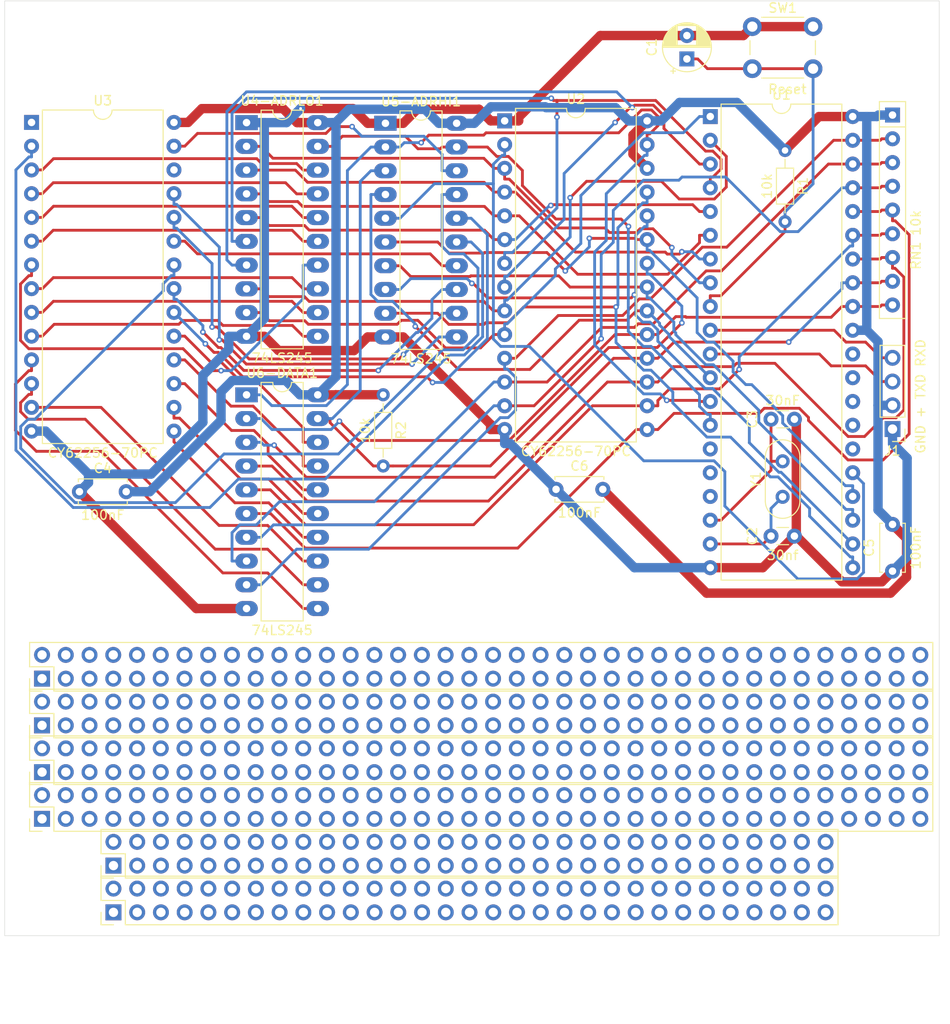
<source format=kicad_pcb>
(kicad_pcb (version 20240108) (generator "pcbnew") (generator_version "8.0")
  (layers (0 "F.Cu" signal) (31 "B.Cu" signal) (34 "B.Paste" user) (35 "F.Paste" user) (36 "B.SilkS" user "B.Silkscreen") (37 "F.SilkS" user "F.Silkscreen") (38 "B.Mask" user) (39 "F.Mask" user) (44 "Edge.Cuts" user))
  (net 0 "")
  (net 1 "/D5")
  (net 2 "/D4")
  (net 3 "+5V")
  (net 4 "/D6")
  (net 5 "/D0")
  (net 6 "/D3")
  (net 7 "/D1")
  (net 8 "/D7")
  (net 9 "/D2")
  (net 10 "RES\\")
  (net 11 "RAMOE\\")
  (net 12 "/A4")
  (net 13 "RAMCE\\")
  (net 14 "RXD")
  (net 15 "/A6")
  (net 16 "/A1")
  (net 17 "/A5")
  (net 19 "GND")
  (net 20 "/A11")
  (net 21 "/A0")
  (net 24 "RAMWE\\")
  (net 25 "/A9")
  (net 29 "/A10")
  (net 32 "/A7")
  (net 33 "/A8")
  (net 34 "/A3")
  (net 35 "/A12")
  (net 36 "TXD")
  (net 37 "SIM\\")
  (net 38 "/A2")
  (net 39 "XTAL1")
  (net 40 "XTAL2")
  (net 41 "CS\\")
  (net 42 "/RA11")
  (net 44 "/RD3")
  (net 45 "/RA10")
  (net 46 "/RA4")
  (net 47 "OE\\")
  (net 48 "/RA5")
  (net 49 "/RA0")
  (net 50 "/RA8")
  (net 51 "WE\\")
  (net 52 "/RA1")
  (net 53 "/RD2")
  (net 55 "/RD6")
  (net 56 "/RD0")
  (net 57 "/RA3")
  (net 58 "/RD4")
  (net 59 "/RD5")
  (net 60 "/RD1")
  (net 61 "/RA12")
  (net 62 "/RA7")
  (net 63 "/RA2")
  (net 64 "/RD7")
  (net 65 "/RA9")
  (net 66 "/RA6")
  (footprint "Connector_PinHeader_2.54mm:PinHeader_2x38_P2.54mm_Vertical" (layer "F.Cu") (at 14 87.5 90)
    (property "Reference" "REF5")
    (property "Value" "PinHeader_2x38_P2.54mm_Vertical")
  )
  (footprint "Package_DIP:DIP-20_W7.62mm_LongPads" (layer "F.Cu") (at 35.88 23.02)
    (property "Reference" "U4-ADRLO1")
    (property "Value" "74LS245")
  )
  (footprint "Connector_PinHeader_2.54mm:PinHeader_2x38_P2.54mm_Vertical" (layer "F.Cu") (at 14 97.5 90)
    (property "Reference" "REF3")
    (property "Value" "PinHeader_2x38_P2.54mm_Vertical")
  )
  (footprint "Capacitor_THT:C_Disc_D5.0mm_W2.5mm_P5.00mm" (layer "F.Cu") (at 69 62.25)
    (property "Reference" "C6")
    (property "Value" "100nF")
  )
  (footprint "MountingHole:MountingHole_5.3mm_M5_DIN965" (layer "F.Cu") (at 15 15)
    (property "Reference" "H1" (hide yes))
    (property "Value" "~")
  )
  (footprint "Capacitor_THT:C_Disc_D3.0mm_W1.6mm_P2.50mm" (layer "F.Cu") (at 92 67.25)
    (property "Reference" "C2")
    (property "Value" "30nf")
  )
  (footprint "Package_DIP:DIP-20_W7.62mm_LongPads" (layer "F.Cu") (at 35.88 52.14)
    (property "Reference" "U6-DATA1")
    (property "Value" "74LS245")
  )
  (footprint "Connector_PinHeader_2.54mm:PinHeader_1x04_P2.54mm_Vertical" (layer "F.Cu") (at 105 55.8 180)
    (property "Reference" "J1")
    (property "Value" "GND + TXD RXD")
  )
  (footprint "Resistor_THT:R_Array_SIP9" (layer "F.Cu") (at 105 22.21 -90)
    (property "Reference" "RN1" (hide yes))
    (property "Value" "10k")
  )
  (footprint "MountingHole:MountingHole_5.3mm_M5_DIN965" (layer "F.Cu") (at 105 15)
    (property "Reference" "H2" (hide yes))
    (property "Value" "~")
  )
  (footprint "Connector_PinHeader_2.54mm:PinHeader_2x38_P2.54mm_Vertical" (layer "F.Cu") (at 14 92.5 90)
    (property "Reference" "REF4")
    (property "Value" "PinHeader_2x38_P2.54mm_Vertical")
  )
  (footprint "Connector_PinHeader_2.54mm:PinHeader_2x31_P2.54mm_Vertical" (layer "F.Cu") (at 21.64 102.5 90)
    (property "Reference" "REF2")
    (property "Value" "PinHeader_2x31_P2.54mm_Vertical")
  )
  (footprint "Connector_PinHeader_2.54mm:PinHeader_2x31_P2.54mm_Vertical" (layer "F.Cu") (at 21.64 107.5 90)
    (property "Reference" "REF1")
    (property "Value" "PinHeader_2x31_P2.54mm_Vertical")
  )
  (footprint "Crystal:Crystal_HC52-6mm_Vertical" (layer "F.Cu") (at 93.24 63.05 90)
    (property "Reference" "Y1")
    (property "Value" "22.1184Mhz")
  )
  (footprint "Connector_PinHeader_2.54mm:PinHeader_2x38_P2.54mm_Vertical" (layer "F.Cu") (at 14 82.5 90)
    (property "Reference" "REF6")
    (property "Value" "PinHeader_2x38_P2.54mm_Vertical")
  )
  (footprint "Package_DIP:DIP-28_W15.24mm" (layer "F.Cu") (at 63.5 22.83)
    (property "Reference" "U2")
    (property "Value" "CY62256-70PC")
  )
  (footprint "Resistor_THT:R_Axial_DIN0204_L3.6mm_D1.6mm_P7.62mm_Horizontal" (layer "F.Cu") (at 50.5 52.13 -90)
    (property "Reference" "R2")
    (property "Value" "10k")
  )
  (footprint "MountingHole:MountingHole_5.3mm_M5_DIN965" (layer "F.Cu") (at 15 105)
    (property "Reference" "H3" (hide yes))
    (property "Value" "~")
  )
  (footprint "Button_Switch_THT:SW_PUSH_6mm" (layer "F.Cu") (at 90 12.75)
    (property "Reference" "SW1")
    (property "Value" "Reset")
  )
  (footprint "Capacitor_THT:C_Disc_D5.0mm_W2.5mm_P5.00mm" (layer "F.Cu") (at 105 71 90)
    (property "Reference" "C5")
    (property "Value" "100nF")
  )
  (footprint "MountingHole:MountingHole_5.3mm_M5_DIN965" (layer "F.Cu") (at 105 105)
    (property "Reference" "H4" (hide yes))
    (property "Value" "~")
  )
  (footprint "Package_DIP:DIP-20_W7.62mm_LongPads" (layer "F.Cu") (at 50.74 23.09)
    (property "Reference" "U5-ADRHI1")
    (property "Value" "74LS245")
  )
  (footprint "Capacitor_THT:CP_Radial_D5.0mm_P2.50mm" (layer "F.Cu") (at 83 16.2051 90)
    (property "Reference" "C1")
    (property "Value" "10uF")
  )
  (footprint "Package_DIP:DIP-40_W15.24mm" (layer "F.Cu") (at 85.5 22.37)
    (property "Reference" "U1")
    (property "Value" "AT89x51xxP")
  )
  (footprint "Package_DIP:DIP-28_W15.24mm" (layer "F.Cu") (at 12.875 23)
    (property "Reference" "U3")
    (property "Value" "CY62256-70PC")
  )
  (footprint "Capacitor_THT:C_Disc_D3.0mm_W1.6mm_P2.50mm" (layer "F.Cu") (at 92 54.75)
    (property "Reference" "C3")
    (property "Value" "30nF")
  )
  (footprint "Capacitor_THT:C_Disc_D5.0mm_W2.5mm_P5.00mm" (layer "F.Cu") (at 18 62.5)
    (property "Reference" "C4")
    (property "Value" "100nF")
  )
  (footprint "Resistor_THT:R_Axial_DIN0204_L3.6mm_D1.6mm_P7.62mm_Horizontal" (layer "F.Cu") (at 93.5 26 -90)
    (property "Reference" "R1")
    (property "Value" "10k")
  )
  (gr_rect (start 10 10) (end 110 110) (stroke (width 0.05)) (fill none) (layer "Edge.Cuts"))
  (segment (start 78.74 50.77) (end 77.5883 50.77) (width 0.3) (layer "F.Cu") (net 1))
  (segment (start 105.2685 38.6017) (end 106.2139 39.5471) (width 0.3) (layer "F.Cu") (net 1))
  (segment (start 106.2139 39.5471) (end 106.2139 53.7579) (width 0.3) (layer "F.Cu") (net 1))
  (segment (start 105 37.45) (end 105 38.6017) (width 0.3) (layer "F.Cu") (net 1))
  (segment (start 105.3735 54.5983) (end 104.0043 54.5983) (width 0.3) (layer "F.Cu") (net 1))
  (segment (start 74.4943 50.77) (end 77.5883 50.77) (width 0.3) (layer "F.Cu") (net 1))
  (segment (start 88.3244 48.7636) (end 87.963 49.125) (width 0.3) (layer "F.Cu") (net 1))
  (segment (start 78.74 50.77) (end 79.8917 50.77) (width 0.3) (layer "F.Cu") (net 1))
  (segment (start 35.88 59.76) (end 38.6124 59.76) (width 0.3) (layer "F.Cu") (net 1))
  (segment (start 103.6883 37.61) (end 103.8483 37.45) (width 0.3) (layer "F.Cu") (net 1))
  (segment (start 105 38.6017) (end 105.2685 38.6017) (width 0.3) (layer "F.Cu") (net 1))
  (segment (start 100.2484 56.5956) (end 92.4164 48.7636) (width 0.3) (layer "F.Cu") (net 1))
  (segment (start 106.2139 53.7579) (end 105.3735 54.5983) (width 0.3) (layer "F.Cu") (net 1))
  (segment (start 92.4164 48.7636) (end 88.3244 48.7636) (width 0.3) (layer "F.Cu") (net 1))
  (segment (start 42.3542 63.5018) (end 61.7625 63.5018) (width 0.3) (layer "F.Cu") (net 1))
  (segment (start 104.0043 54.5983) (end 102.007 56.5956) (width 0.3) (layer "F.Cu") (net 1))
  (segment (start 81.5367 49.125) (end 79.8917 50.77) (width 0.3) (layer "F.Cu") (net 1))
  (segment (start 38.6124 59.76) (end 42.3542 63.5018) (width 0.3) (layer "F.Cu") (net 1))
  (segment (start 87.963 49.125) (end 81.5367 49.125) (width 0.3) (layer "F.Cu") (net 1))
  (segment (start 61.7625 63.5018) (end 74.4943 50.77) (width 0.3) (layer "F.Cu") (net 1))
  (segment (start 102.007 56.5956) (end 100.2484 56.5956) (width 0.3) (layer "F.Cu") (net 1))
  (segment (start 105 37.45) (end 103.8483 37.45) (width 0.3) (layer "F.Cu") (net 1))
  (segment (start 100.74 37.61) (end 103.6883 37.61) (width 0.3) (layer "F.Cu") (net 1))
  (segment (start 78.74 53.31) (end 79.8917 53.31) (width 0.3) (layer "F.Cu") (net 2))
  (segment (start 88.5942 49.4153) (end 86.5071 51.5024) (width 0.3) (layer "F.Cu") (net 2))
  (segment (start 42.1695 66.0372) (end 38.4323 62.3) (width 0.3) (layer "F.Cu") (net 2))
  (segment (start 81.1377 51.5024) (end 79.8917 52.7484) (width 0.3) (layer "F.Cu") (net 2))
  (segment (start 38.4323 62.3) (end 35.88 62.3) (width 0.3) (layer "F.Cu") (net 2))
  (segment (start 100.74 35.07) (end 103.6883 35.07) (width 0.3) (layer "F.Cu") (net 2))
  (segment (start 77.5883 53.31) (end 72.907 53.31) (width 0.3) (layer "F.Cu") (net 2))
  (segment (start 105 34.91) (end 103.8483 34.91) (width 0.3) (layer "F.Cu") (net 2))
  (segment (start 60.1798 66.0372) (end 42.1695 66.0372) (width 0.3) (layer "F.Cu") (net 2))
  (segment (start 103.6883 35.07) (end 103.8483 34.91) (width 0.3) (layer "F.Cu") (net 2))
  (segment (start 78.74 53.31) (end 77.5883 53.31) (width 0.3) (layer "F.Cu") (net 2))
  (segment (start 79.8917 52.7484) (end 79.8917 53.31) (width 0.3) (layer "F.Cu") (net 2))
  (segment (start 72.907 53.31) (end 60.1798 66.0372) (width 0.3) (layer "F.Cu") (net 2))
  (segment (start 86.5071 51.5024) (end 81.1377 51.5024) (width 0.3) (layer "F.Cu") (net 2))
  (via (at 88.5942 49.4153) (size 0.6) (drill 0.3) (layers "F.Cu" "B.Cu") (net 2))
  (segment (start 100.74 36.2217) (end 100.4521 36.2217) (width 0.3) (layer "B.Cu") (net 2))
  (segment (start 100.74 35.07) (end 100.74 36.2217) (width 0.3) (layer "B.Cu") (net 2))
  (segment (start 88.5942 48.0796) (end 88.5942 49.4153) (width 0.3) (layer "B.Cu") (net 2))
  (segment (start 100.4521 36.2217) (end 88.5942 48.0796) (width 0.3) (layer "B.Cu") (net 2))
  (segment (start 41.2789 23.02) (end 41.5983 23.02) (width 1) (layer "F.Cu") (net 3))
  (segment (start 29.6167 23) (end 31.0984 21.5183) (width 1) (layer "F.Cu") (net 3))
  (segment (start 39.7772 21.5183) (end 41.2789 23.02) (width 1) (layer "F.Cu") (net 3))
  (segment (start 97.13 22.37) (end 93.5 26) (width 1) (layer "F.Cu") (net 3))
  (segment (start 105 66) (end 106.5037 67.5037) (width 1) (layer "F.Cu") (net 3))
  (segment (start 106.5037 71.6373) (end 104.7886 73.3524) (width 1) (layer "F.Cu") (net 3))
  (segment (start 28.115 23) (end 29.6167 23) (width 1) (layer "F.Cu") (net 3))
  (segment (start 78.74 22.83) (end 77.2313 24.3387) (width 1) (layer "F.Cu") (net 3))
  (segment (start 106.5037 67.5037) (end 106.5037 71.6373) (width 1) (layer "F.Cu") (net 3))
  (segment (start 85.1024 73.3524) (end 74 62.25) (width 1) (layer "F.Cu") (net 3))
  (segment (start 43.5 52.14) (end 45.4017 52.14) (width 1) (layer "F.Cu") (net 3))
  (segment (start 45.4117 52.13) (end 45.4017 52.14) (width 1) (layer "F.Cu") (net 3))
  (segment (start 100.74 22.37) (end 97.13 22.37) (width 1) (layer "F.Cu") (net 3))
  (segment (start 104.7886 73.3524) (end 85.1024 73.3524) (width 1) (layer "F.Cu") (net 3))
  (segment (start 43.5 23.02) (end 41.5983 23.02) (width 1) (layer "F.Cu") (net 3))
  (segment (start 31.0984 21.5183) (end 39.7772 21.5183) (width 1) (layer "F.Cu") (net 3))
  (segment (start 77.2313 24.3387) (end 77.2313 26.4013) (width 1) (layer "F.Cu") (net 3))
  (segment (start 77.2313 26.4013) (end 78.74 27.91) (width 1) (layer "F.Cu") (net 3))
  (segment (start 50.5 52.13) (end 45.4117 52.13) (width 1) (layer "F.Cu") (net 3))
  (segment (start 25.5232 62.5) (end 33.1512 54.872) (width 1) (layer "B.Cu") (net 3))
  (segment (start 43.5 23.02) (end 45.1009 23.02) (width 1) (layer "B.Cu") (net 3))
  (segment (start 45.4526 23.0724) (end 45.4526 50.1874) (width 1) (layer "B.Cu") (net 3))
  (segment (start 100.74 45.23) (end 102.2417 45.23) (width 1) (layer "B.Cu") (net 3))
  (segment (start 40.063 50.6047) (end 41.5983 52.14) (width 1) (layer "B.Cu") (net 3))
  (segment (start 45.4526 50.1874) (end 43.5 52.14) (width 1) (layer "B.Cu") (net 3))
  (segment (start 33.1512 51.82) (end 34.3665 50.6047) (width 1) (layer "B.Cu") (net 3))
  (segment (start 102.2417 22.37) (end 103.3383 22.37) (width 1) (layer "B.Cu") (net 3))
  (segment (start 23 62.5) (end 25.5232 62.5) (width 1) (layer "B.Cu") (net 3))
  (segment (start 34.3665 50.6047) (end 40.063 50.6047) (width 1) (layer "B.Cu") (net 3))
  (segment (start 78.74 22.83) (end 80.2417 22.83) (width 1) (layer "B.Cu") (net 3))
  (segment (start 105 66) (end 103.4483 64.4483) (width 1) (layer "B.Cu") (net 3))
  (segment (start 43.5 52.14) (end 41.5983 52.14) (width 1) (layer "B.Cu") (net 3))
  (segment (start 56.4583 23.09) (end 54.9566 21.5883) (width 1) (layer "B.Cu") (net 3))
  (segment (start 58.36 23.09) (end 56.4583 23.09) (width 1) (layer "B.Cu") (net 3))
  (segment (start 45.1009 23.02) (end 45.4002 23.02) (width 1) (layer "B.Cu") (net 3))
  (segment (start 45.4002 23.02) (end 45.4017 23.02) (width 1) (layer "B.Cu") (net 3))
  (segment (start 102.2417 45.23) (end 103.4483 46.4366) (width 1) (layer "B.Cu") (net 3))
  (segment (start 88.3609 20.8609) (end 82.2108 20.8609) (width 1) (layer "B.Cu") (net 3))
  (segment (start 103.4483 64.4483) (end 103.4483 53.26) (width 1) (layer "B.Cu") (net 3))
  (segment (start 103.4483 46.4366) (end 103.4483 53.26) (width 1) (layer "B.Cu") (net 3))
  (segment (start 103.3383 22.37) (end 103.4983 22.21) (width 1) (layer "B.Cu") (net 3))
  (segment (start 105 22.21) (end 103.4983 22.21) (width 1) (layer "B.Cu") (net 3))
  (segment (start 62.0234 21.3283) (end 67.847 21.3283) (width 1) (layer "B.Cu") (net 3))
  (segment (start 102.2417 22.37) (end 102.2417 45.23) (width 1) (layer "B.Cu") (net 3))
  (segment (start 33.1512 54.872) (end 33.1512 51.82) (width 1) (layer "B.Cu") (net 3))
  (segment (start 45.4002 23.02) (end 45.4526 23.0724) (width 1) (layer "B.Cu") (net 3))
  (segment (start 82.2108 20.8609) (end 80.2417 22.83) (width 1) (layer "B.Cu") (net 3))
  (segment (start 54.9566 21.5883) (end 46.8334 21.5883) (width 1) (layer "B.Cu") (net 3))
  (segment (start 75.3559 21.4195) (end 76.7664 22.83) (width 1) (layer "B.Cu") (net 3))
  (segment (start 76.7664 22.83) (end 78.74 22.83) (width 1) (layer "B.Cu") (net 3))
  (segment (start 100.74 22.37) (end 102.2417 22.37) (width 1) (layer "B.Cu") (net 3))
  (segment (start 60.2617 23.09) (end 62.0234 21.3283) (width 1) (layer "B.Cu") (net 3))
  (segment (start 67.9382 21.4195) (end 75.3559 21.4195) (width 1) (layer "B.Cu") (net 3))
  (segment (start 58.36 23.09) (end 60.2617 23.09) (width 1) (layer "B.Cu") (net 3))
  (segment (start 46.8334 21.5883) (end 45.4017 23.02) (width 1) (layer "B.Cu") (net 3))
  (segment (start 93.5 26) (end 88.3609 20.8609) (width 1) (layer "B.Cu") (net 3))
  (segment (start 67.847 21.3283) (end 67.9382 21.4195) (width 1) (layer "B.Cu") (net 3))
  (segment (start 105 53.26) (end 103.4483 53.26) (width 1) (layer "B.Cu") (net 3))
  (segment (start 105 39.99) (end 103.8483 39.99) (width 0.3) (layer "F.Cu") (net 4))
  (segment (start 79.3159 48.23) (end 79.8917 48.23) (width 0.3) (layer "F.Cu") (net 4))
  (segment (start 78.74 48.23) (end 75.1576 48.23) (width 0.3) (layer "F.Cu") (net 4))
  (segment (start 42.2704 60.9579) (end 38.8381 57.5256) (width 0.3) (layer "F.Cu") (net 4))
  (segment (start 75.1576 48.23) (end 62.4297 60.9579) (width 0.3) (layer "F.Cu") (net 4))
  (segment (start 100.74 40.15) (end 103.6883 40.15) (width 0.3) (layer "F.Cu") (net 4))
  (segment (start 81.6249 46.4968) (end 93.8924 46.4968) (width 0.3) (layer "F.Cu") (net 4))
  (segment (start 79.8917 48.23) (end 81.6249 46.4968) (width 0.3) (layer "F.Cu") (net 4))
  (segment (start 103.6883 40.15) (end 103.8483 39.99) (width 0.3) (layer "F.Cu") (net 4))
  (segment (start 62.4297 60.9579) (end 42.2704 60.9579) (width 0.3) (layer "F.Cu") (net 4))
  (segment (start 79.3159 48.23) (end 78.74 48.23) (width 0.3) (layer "F.Cu") (net 4))
  (via (at 93.8924 46.4968) (size 0.6) (drill 0.3) (layers "F.Cu" "B.Cu") (net 4))
  (via (at 38.8381 57.5256) (size 0.6) (drill 0.3) (layers "F.Cu" "B.Cu") (net 4))
  (segment (start 99.5883 40.8009) (end 93.8924 46.4968) (width 0.3) (layer "B.Cu") (net 4))
  (segment (start 100.74 40.15) (end 99.5883 40.15) (width 0.3) (layer "B.Cu") (net 4))
  (segment (start 99.5883 40.15) (end 99.5883 40.8009) (width 0.3) (layer "B.Cu") (net 4))
  (segment (start 38.8381 57.5256) (end 37.7373 57.5256) (width 0.3) (layer "B.Cu") (net 4))
  (segment (start 35.88 57.22) (end 37.4317 57.22) (width 0.3) (layer "B.Cu") (net 4))
  (segment (start 37.7373 57.5256) (end 37.4317 57.22) (width 0.3) (layer "B.Cu") (net 4))
  (segment (start 87.266 36.34) (end 84.652 36.34) (width 0.3) (layer "F.Cu") (net 5))
  (segment (start 100.74 24.91) (end 103.6883 24.91) (width 0.3) (layer "F.Cu") (net 5))
  (segment (start 105 24.75) (end 103.8483 24.75) (width 0.3) (layer "F.Cu") (net 5))
  (segment (start 103.6883 24.91) (end 103.8483 24.75) (width 0.3) (layer "F.Cu") (net 5))
  (segment (start 98.696 24.91) (end 87.266 36.34) (width 0.3) (layer "F.Cu") (net 5))
  (segment (start 76.1353 43.6524) (end 69.2293 43.6524) (width 0.3) (layer "F.Cu") (net 5))
  (segment (start 79.112 41.88) (end 77.9077 41.88) (width 0.3) (layer "F.Cu") (net 5))
  (segment (start 69.2293 43.6524) (end 64.6517 48.23) (width 0.3) (layer "F.Cu") (net 5))
  (segment (start 100.74 24.91) (end 98.696 24.91) (width 0.3) (layer "F.Cu") (net 5))
  (segment (start 84.652 36.34) (end 79.112 41.88) (width 0.3) (layer "F.Cu") (net 5))
  (segment (start 77.9077 41.88) (end 76.1353 43.6524) (width 0.3) (layer "F.Cu") (net 5))
  (segment (start 63.5 48.23) (end 64.6517 48.23) (width 0.3) (layer "F.Cu") (net 5))
  (segment (start 63.5 49.3817) (end 63.7879 49.3817) (width 0.3) (layer "B.Cu") (net 5))
  (segment (start 48.9496 68.65) (end 41.2417 68.65) (width 0.3) (layer "B.Cu") (net 5))
  (segment (start 63.0196 54.58) (end 48.9496 68.65) (width 0.3) (layer "B.Cu") (net 5))
  (segment (start 64.6637 53.7869) (end 63.8706 54.58) (width 0.3) (layer "B.Cu") (net 5))
  (segment (start 41.2417 68.65) (end 37.4317 72.46) (width 0.3) (layer "B.Cu") (net 5))
  (segment (start 63.8706 54.58) (end 63.0196 54.58) (width 0.3) (layer "B.Cu") (net 5))
  (segment (start 63.5 48.23) (end 63.5 49.3817) (width 0.3) (layer "B.Cu") (net 5))
  (segment (start 63.7879 49.3817) (end 64.6637 50.2575) (width 0.3) (layer "B.Cu") (net 5))
  (segment (start 64.6637 50.2575) (end 64.6637 53.7869) (width 0.3) (layer "B.Cu") (net 5))
  (segment (start 35.88 72.46) (end 37.4317 72.46) (width 0.3) (layer "B.Cu") (net 5))
  (segment (start 96.011 54.5608) (end 95.0235 53.5733) (width 0.3) (layer "F.Cu") (net 6))
  (segment (start 96.011 54.8811) (end 96.011 54.5608) (width 0.3) (layer "F.Cu") (net 6))
  (segment (start 105.2879 33.5217) (end 106.7809 35.0147) (width 0.3) (layer "F.Cu") (net 6))
  (segment (start 103.9934 59.105) (end 100.2349 59.105) (width 0.3) (layer "F.Cu") (net 6))
  (segment (start 42.1456 68.5353) (end 64.903 68.5353) (width 0.3) (layer "F.Cu") (net 6))
  (segment (start 78.74 55.85) (end 79.8917 55.85) (width 0.3) (layer "F.Cu") (net 6))
  (segment (start 100.74 32.53) (end 103.6883 32.53) (width 0.3) (layer "F.Cu") (net 6))
  (segment (start 105 32.37) (end 105 33.5217) (width 0.3) (layer "F.Cu") (net 6))
  (segment (start 106.7809 56.3175) (end 103.9934 59.105) (width 0.3) (layer "F.Cu") (net 6))
  (segment (start 64.903 68.5353) (end 77.5883 55.85) (width 0.3) (layer "F.Cu") (net 6))
  (segment (start 100.2349 59.105) (end 96.011 54.8811) (width 0.3) (layer "F.Cu") (net 6))
  (segment (start 105 33.5217) (end 105.2879 33.5217) (width 0.3) (layer "F.Cu") (net 6))
  (segment (start 38.4503 64.84) (end 42.1456 68.5353) (width 0.3) (layer "F.Cu") (net 6))
  (segment (start 35.88 64.84) (end 38.4503 64.84) (width 0.3) (layer "F.Cu") (net 6))
  (segment (start 78.74 55.85) (end 77.5883 55.85) (width 0.3) (layer "F.Cu") (net 6))
  (segment (start 103.6883 32.53) (end 103.8483 32.37) (width 0.3) (layer "F.Cu") (net 6))
  (segment (start 106.7809 35.0147) (end 106.7809 56.3175) (width 0.3) (layer "F.Cu") (net 6))
  (segment (start 91.2767 53.5733) (end 90.73 54.12) (width 0.3) (layer "F.Cu") (net 6))
  (segment (start 105 32.37) (end 103.8483 32.37) (width 0.3) (layer "F.Cu") (net 6))
  (segment (start 81.6217 54.12) (end 79.8917 55.85) (width 0.3) (layer "F.Cu") (net 6))
  (segment (start 95.0235 53.5733) (end 91.2767 53.5733) (width 0.3) (layer "F.Cu") (net 6))
  (segment (start 90.73 54.12) (end 81.6217 54.12) (width 0.3) (layer "F.Cu") (net 6))
  (segment (start 105 27.29) (end 103.8483 27.29) (width 0.3) (layer "F.Cu") (net 7))
  (segment (start 77.3897 44.9291) (end 77.7805 44.5383) (width 0.3) (layer "F.Cu") (net 7))
  (segment (start 79.4027 44.5383) (end 85.061 38.88) (width 0.3) (layer "F.Cu") (net 7))
  (segment (start 86.7091 38.88) (end 98.1391 27.45) (width 0.3) (layer "F.Cu") (net 7))
  (segment (start 63.5 50.77) (end 68.0431 50.77) (width 0.3) (layer "F.Cu") (net 7))
  (segment (start 98.1391 27.45) (end 100.74 27.45) (width 0.3) (layer "F.Cu") (net 7))
  (segment (start 103.8483 27.29) (end 103.6883 27.45) (width 0.3) (layer "F.Cu") (net 7))
  (segment (start 73.884 44.9291) (end 77.3897 44.9291) (width 0.3) (layer "F.Cu") (net 7))
  (segment (start 77.7805 44.5383) (end 79.4027 44.5383) (width 0.3) (layer "F.Cu") (net 7))
  (segment (start 85.061 38.88) (end 86.7091 38.88) (width 0.3) (layer "F.Cu") (net 7))
  (segment (start 103.6883 27.45) (end 100.74 27.45) (width 0.3) (layer "F.Cu") (net 7))
  (segment (start 68.0431 50.77) (end 73.884 44.9291) (width 0.3) (layer "F.Cu") (net 7))
  (segment (start 35.88 69.92) (end 34.3283 69.92) (width 0.3) (layer "B.Cu") (net 7))
  (segment (start 34.3283 66.881) (end 34.3283 69.92) (width 0.3) (layer "B.Cu") (net 7))
  (segment (start 35.1591 66.0502) (end 34.3283 66.881) (width 0.3) (layer "B.Cu") (net 7))
  (segment (start 62.3483 50.77) (end 49.5483 63.57) (width 0.3) (layer "B.Cu") (net 7))
  (segment (start 49.5483 63.57) (end 39.41 63.57) (width 0.3) (layer "B.Cu") (net 7))
  (segment (start 39.41 63.57) (end 36.9298 66.0502) (width 0.3) (layer "B.Cu") (net 7))
  (segment (start 63.5 50.77) (end 62.3483 50.77) (width 0.3) (layer "B.Cu") (net 7))
  (segment (start 36.9298 66.0502) (end 35.1591 66.0502) (width 0.3) (layer "B.Cu") (net 7))
  (segment (start 103.8483 42.53) (end 103.6883 42.69) (width 0.3) (layer "F.Cu") (net 8))
  (segment (start 78.74 45.69) (end 77.5883 45.69) (width 0.3) (layer "F.Cu") (net 8))
  (segment (start 78.74 45.69) (end 79.8917 45.69) (width 0.3) (layer "F.Cu") (net 8))
  (segment (start 100.74 42.69) (end 99.5883 42.69) (width 0.3) (layer "F.Cu") (net 8))
  (segment (start 47.8807 57.023) (end 63.9711 57.023) (width 0.3) (layer "F.Cu") (net 8))
  (segment (start 105 42.53) (end 103.8483 42.53) (width 0.3) (layer "F.Cu") (net 8))
  (segment (start 99.5883 42.69) (end 98.4366 43.8417) (width 0.3) (layer "F.Cu") (net 8))
  (segment (start 45.8181 54.9604) (end 47.8807 57.023) (width 0.3) (layer "F.Cu") (net 8))
  (segment (start 63.9711 57.023) (end 75.3041 45.69) (width 0.3) (layer "F.Cu") (net 8))
  (segment (start 98.4366 43.8417) (end 82.9233 43.8417) (width 0.3) (layer "F.Cu") (net 8))
  (segment (start 81.8097 43.772) (end 79.8917 45.69) (width 0.3) (layer "F.Cu") (net 8))
  (segment (start 103.6883 42.69) (end 100.74 42.69) (width 0.3) (layer "F.Cu") (net 8))
  (segment (start 82.8536 43.772) (end 81.8097 43.772) (width 0.3) (layer "F.Cu") (net 8))
  (segment (start 82.9233 43.8417) (end 82.8536 43.772) (width 0.3) (layer "F.Cu") (net 8))
  (segment (start 75.3041 45.69) (end 77.5883 45.69) (width 0.3) (layer "F.Cu") (net 8))
  (via (at 45.8181 54.9604) (size 0.6) (drill 0.3) (layers "F.Cu" "B.Cu") (net 8))
  (segment (start 44.9293 55.8492) (end 38.6009 55.8492) (width 0.3) (layer "B.Cu") (net 8))
  (segment (start 38.6009 55.8492) (end 37.4317 54.68) (width 0.3) (layer "B.Cu") (net 8))
  (segment (start 45.8181 54.9604) (end 44.9293 55.8492) (width 0.3) (layer "B.Cu") (net 8))
  (segment (start 35.88 54.68) (end 37.4317 54.68) (width 0.3) (layer "B.Cu") (net 8))
  (segment (start 105 29.83) (end 103.8483 29.83) (width 0.3) (layer "F.Cu") (net 9))
  (segment (start 73.8249 46.1332) (end 66.6481 53.31) (width 0.3) (layer "F.Cu") (net 9))
  (segment (start 103.8483 29.83) (end 103.6883 29.99) (width 0.3) (layer "F.Cu") (net 9))
  (segment (start 103.6883 29.99) (end 100.74 29.99) (width 0.3) (layer "F.Cu") (net 9))
  (segment (start 66.6481 53.31) (end 63.5 53.31) (width 0.3) (layer "F.Cu") (net 9))
  (via (at 73.8249 46.1332) (size 0.6) (drill 0.3) (layers "F.Cu" "B.Cu") (net 9))
  (segment (start 62.3483 53.31) (end 49.6083 66.05) (width 0.3) (layer "B.Cu") (net 9))
  (segment (start 75.1181 35.827) (end 75.1181 32.4106) (width 0.3) (layer "B.Cu") (net 9))
  (segment (start 78.3487 29.18) (end 82.1402 29.18) (width 0.3) (layer "B.Cu") (net 9))
  (segment (start 100.74 29.99) (end 99.5883 29.99) (width 0.3) (layer "B.Cu") (net 9))
  (segment (start 82.4819 28.8383) (end 87.1447 28.8383) (width 0.3) (layer "B.Cu") (net 9))
  (segment (start 82.1402 29.18) (end 82.4819 28.8383) (width 0.3) (layer "B.Cu") (net 9))
  (segment (start 35.88 67.38) (end 37.4317 67.38) (width 0.3) (layer "B.Cu") (net 9))
  (segment (start 38.7617 66.05) (end 37.4317 67.38) (width 0.3) (layer "B.Cu") (net 9))
  (segment (start 73.8249 46.1332) (end 73.8249 37.1202) (width 0.3) (layer "B.Cu") (net 9))
  (segment (start 75.1181 32.4106) (end 78.3487 29.18) (width 0.3) (layer "B.Cu") (net 9))
  (segment (start 94.8983 34.68) (end 99.5883 29.99) (width 0.3) (layer "B.Cu") (net 9))
  (segment (start 92.9864 34.68) (end 94.8983 34.68) (width 0.3) (layer "B.Cu") (net 9))
  (segment (start 87.1447 28.8383) (end 92.9864 34.68) (width 0.3) (layer "B.Cu") (net 9))
  (segment (start 49.6083 66.05) (end 38.7617 66.05) (width 0.3) (layer "B.Cu") (net 9))
  (segment (start 73.8249 37.1202) (end 75.1181 35.827) (width 0.3) (layer "B.Cu") (net 9))
  (segment (start 63.5 53.31) (end 62.3483 53.31) (width 0.3) (layer "B.Cu") (net 9))
  (segment (start 85.1966 17.25) (end 84.1517 16.2051) (width 0.3) (layer "F.Cu") (net 10))
  (segment (start 93.5 33.62) (end 93.5 34.6717) (width 0.3) (layer "F.Cu") (net 10))
  (segment (start 96.5 17.25) (end 90 17.25) (width 0.3) (layer "F.Cu") (net 10))
  (segment (start 90 17.25) (end 85.1966 17.25) (width 0.3) (layer "F.Cu") (net 10))
  (segment (start 85.5 42.69) (end 85.5 41.5383) (width 0.3) (layer "F.Cu") (net 10))
  (segment (start 83 16.2051) (end 84.1517 16.2051) (width 0.3) (layer "F.Cu") (net 10))
  (segment (start 86.6334 41.5383) (end 93.5 34.6717) (width 0.3) (layer "F.Cu") (net 10))
  (segment (start 85.5 41.5383) (end 86.6334 41.5383) (width 0.3) (layer "F.Cu") (net 10))
  (segment (start 96.5 29.5683) (end 93.5 32.5683) (width 0.3) (layer "B.Cu") (net 10))
  (segment (start 96.5 17.25) (end 96.5 29.5683) (width 0.3) (layer "B.Cu") (net 10))
  (segment (start 93.5 33.62) (end 93.5 32.5683) (width 0.3) (layer "B.Cu") (net 10))
  (segment (start 79.8248 47.0763) (end 74.6434 47.0763) (width 0.3) (layer "F.Cu") (net 11))
  (segment (start 74.6434 47.0763) (end 61.9697 59.75) (width 0.3) (layer "F.Cu") (net 11))
  (segment (start 50.5 59.75) (end 49.4483 59.75) (width 0.3) (layer "F.Cu") (net 11))
  (segment (start 82.4611 44.44) (end 79.8248 47.0763) (width 0.3) (layer "F.Cu") (net 11))
  (segment (start 44.8194 55.1211) (end 44.8194 54.68) (width 0.3) (layer "F.Cu") (net 11))
  (segment (start 61.9697 59.75) (end 51.5517 59.75) (width 0.3) (layer "F.Cu") (net 11))
  (segment (start 43.5 54.68) (end 44.8194 54.68) (width 0.3) (layer "F.Cu") (net 11))
  (segment (start 49.4483 59.75) (end 44.8194 55.1211) (width 0.3) (layer "F.Cu") (net 11))
  (segment (start 50.5 59.75) (end 51.5517 59.75) (width 0.3) (layer "F.Cu") (net 11))
  (via (at 82.4611 44.44) (size 0.6) (drill 0.3) (layers "F.Cu" "B.Cu") (net 11))
  (segment (start 78.74 39.2217) (end 79.0279 39.2217) (width 0.3) (layer "B.Cu") (net 11))
  (segment (start 43.5 54.68) (end 45.0517 54.68) (width 0.3) (layer "B.Cu") (net 11))
  (segment (start 78.74 38.07) (end 78.74 39.2217) (width 0.3) (layer "B.Cu") (net 11))
  (segment (start 82.4611 42.6549) (end 82.4611 44.44) (width 0.3) (layer "B.Cu") (net 11))
  (segment (start 79.0279 39.2217) (end 82.4611 42.6549) (width 0.3) (layer "B.Cu") (net 11))
  (segment (start 48.0438 29.3145) (end 49.1883 28.17) (width 0.3) (layer "B.Cu") (net 11))
  (segment (start 50.74 28.17) (end 49.1883 28.17) (width 0.3) (layer "B.Cu") (net 11))
  (segment (start 48.0438 51.6879) (end 48.0438 29.3145) (width 0.3) (layer "B.Cu") (net 11))
  (segment (start 45.0517 54.68) (end 48.0438 51.6879) (width 0.3) (layer "B.Cu") (net 11))
  (segment (start 62.3483 35.53) (end 61.3399 34.5216) (width 0.3) (layer "F.Cu") (net 12))
  (segment (start 84.3483 32.53) (end 83.6191 31.8008) (width 0.3) (layer "F.Cu") (net 12))
  (segment (start 42.5825 34.5216) (end 42.0916 34.0307) (width 0.3) (layer "F.Cu") (net 12))
  (segment (start 35.88 33.18) (end 37.4317 33.18) (width 0.3) (layer "F.Cu") (net 12))
  (segment (start 38.2824 34.0307) (end 37.4317 33.18) (width 0.3) (layer "F.Cu") (net 12))
  (segment (start 61.3399 34.5216) (end 42.5825 34.5216) (width 0.3) (layer "F.Cu") (net 12))
  (segment (start 83.6191 31.8008) (end 68.5227 31.8008) (width 0.3) (layer "F.Cu") (net 12))
  (segment (start 85.5 32.53) (end 84.3483 32.53) (width 0.3) (layer "F.Cu") (net 12))
  (segment (start 68.5227 31.8008) (end 68.4434 31.8801) (width 0.3) (layer "F.Cu") (net 12))
  (segment (start 63.5 35.53) (end 62.3483 35.53) (width 0.3) (layer "F.Cu") (net 12))
  (segment (start 42.0916 34.0307) (end 38.2824 34.0307) (width 0.3) (layer "F.Cu") (net 12))
  (via (at 68.4434 31.8801) (size 0.6) (drill 0.3) (layers "F.Cu" "B.Cu") (net 12))
  (segment (start 64.6517 35.53) (end 68.3016 31.8801) (width 0.3) (layer "B.Cu") (net 12))
  (segment (start 63.5 35.53) (end 64.6517 35.53) (width 0.3) (layer "B.Cu") (net 12))
  (segment (start 68.3016 31.8801) (end 68.4434 31.8801) (width 0.3) (layer "B.Cu") (net 12))
  (segment (start 66.2009 49.4258) (end 58.544 49.4258) (width 0.3) (layer "F.Cu") (net 13))
  (segment (start 58.544 49.4258) (end 53.9364 44.8182) (width 0.3) (layer "F.Cu") (net 13))
  (segment (start 71.4726 44.1541) (end 66.2009 49.4258) (width 0.3) (layer "F.Cu") (net 13))
  (segment (start 76.5842 44.1541) (end 71.4726 44.1541) (width 0.3) (layer "F.Cu") (net 13))
  (segment (start 77.5883 43.15) (end 76.5842 44.1541) (width 0.3) (layer "F.Cu") (net 13))
  (segment (start 78.74 43.15) (end 77.5883 43.15) (width 0.3) (layer "F.Cu") (net 13))
  (via (at 53.9364 44.8182) (size 0.6) (drill 0.3) (layers "F.Cu" "B.Cu") (net 13))
  (segment (start 49.1883 41.4096) (end 49.1883 30.71) (width 0.3) (layer "B.Cu") (net 13))
  (segment (start 80.0803 44.6793) (end 80.0803 44.4903) (width 0.3) (layer "B.Cu") (net 13))
  (segment (start 53.9364 44.5542) (end 51.5222 42.14) (width 0.3) (layer "B.Cu") (net 13))
  (segment (start 51.5222 42.14) (end 49.9187 42.14) (width 0.3) (layer "B.Cu") (net 13))
  (segment (start 50.74 30.71) (end 49.1883 30.71) (width 0.3) (layer "B.Cu") (net 13))
  (segment (start 53.9364 44.8182) (end 53.9364 44.5542) (width 0.3) (layer "B.Cu") (net 13))
  (segment (start 49.9187 42.14) (end 49.1883 41.4096) (width 0.3) (layer "B.Cu") (net 13))
  (segment (start 81.099 45.698) (end 80.0803 44.6793) (width 0.3) (layer "B.Cu") (net 13))
  (segment (start 81.099 45.909) (end 81.099 45.698) (width 0.3) (layer "B.Cu") (net 13))
  (segment (start 80.0803 44.4903) (end 78.74 43.15) (width 0.3) (layer "B.Cu") (net 13))
  (segment (start 85.5 50.31) (end 81.099 45.909) (width 0.3) (layer "B.Cu") (net 13))
  (segment (start 98.7513 45.23) (end 100.0213 46.5) (width 0.3) (layer "F.Cu") (net 14))
  (segment (start 105 48.18) (end 103.7983 48.18) (width 0.3) (layer "F.Cu") (net 14))
  (segment (start 85.5 45.23) (end 98.7513 45.23) (width 0.3) (layer "F.Cu") (net 14))
  (segment (start 102.1183 46.5) (end 103.7983 48.18) (width 0.3) (layer "F.Cu") (net 14))
  (segment (start 100.0213 46.5) (end 102.1183 46.5) (width 0.3) (layer "F.Cu") (net 14))
  (segment (start 80.6873 36.8704) (end 71.0721 36.8704) (width 0.3) (layer "F.Cu") (net 15))
  (segment (start 82.4569 36.8295) (end 82.205 37.0814) (width 0.3) (layer "F.Cu") (net 15))
  (segment (start 35.88 28.1) (end 37.4317 28.1) (width 0.3) (layer "F.Cu") (net 15))
  (segment (start 41.1099 28.1) (end 42.4141 29.4042) (width 0.3) (layer "F.Cu") (net 15))
  (segment (start 63.5 30.45) (end 62.3483 30.45) (width 0.3) (layer "F.Cu") (net 15))
  (segment (start 42.4141 29.4042) (end 61.3025 29.4042) (width 0.3) (layer "F.Cu") (net 15))
  (segment (start 80.8983 37.0814) (end 80.6873 36.8704) (width 0.3) (layer "F.Cu") (net 15))
  (segment (start 71.0721 36.8704) (end 64.6517 30.45) (width 0.3) (layer "F.Cu") (net 15))
  (segment (start 61.3025 29.4042) (end 62.3483 30.45) (width 0.3) (layer "F.Cu") (net 15))
  (segment (start 82.205 37.0814) (end 80.8983 37.0814) (width 0.3) (layer "F.Cu") (net 15))
  (segment (start 63.5 30.45) (end 64.6517 30.45) (width 0.3) (layer "F.Cu") (net 15))
  (segment (start 37.4317 28.1) (end 41.1099 28.1) (width 0.3) (layer "F.Cu") (net 15))
  (via (at 82.4569 36.8295) (size 0.6) (drill 0.3) (layers "F.Cu" "B.Cu") (net 15))
  (segment (start 84.3483 37.61) (end 83.5678 36.8295) (width 0.3) (layer "B.Cu") (net 15))
  (segment (start 85.5 37.61) (end 84.3483 37.61) (width 0.3) (layer "B.Cu") (net 15))
  (segment (start 83.5678 36.8295) (end 82.4569 36.8295) (width 0.3) (layer "B.Cu") (net 15))
  (segment (start 38.2639 41.6322) (end 42.0731 41.6322) (width 0.3) (layer "F.Cu") (net 16))
  (segment (start 87.2133 29.9175) (end 85.9395 31.1913) (width 0.3) (layer "F.Cu") (net 16))
  (segment (start 42.5825 42.1416) (end 61.2703 42.1416) (width 0.3) (layer "F.Cu") (net 16))
  (segment (start 37.4317 40.8) (end 38.2639 41.6322) (width 0.3) (layer "F.Cu") (net 16))
  (segment (start 62.2787 43.15) (end 62.3483 43.15) (width 0.3) (layer "F.Cu") (net 16))
  (segment (start 35.88 40.8) (end 37.4317 40.8) (width 0.3) (layer "F.Cu") (net 16))
  (segment (start 87.2133 26.6233) (end 87.2133 29.9175) (width 0.3) (layer "F.Cu") (net 16))
  (segment (start 80.2829 29.2968) (end 72.2627 29.2968) (width 0.3) (layer "F.Cu") (net 16))
  (segment (start 63.5 43.15) (end 62.3483 43.15) (width 0.3) (layer "F.Cu") (net 16))
  (segment (start 85.9395 31.1913) (end 82.1774 31.1913) (width 0.3) (layer "F.Cu") (net 16))
  (segment (start 85.5 24.91) (end 87.2133 26.6233) (width 0.3) (layer "F.Cu") (net 16))
  (segment (start 82.1774 31.1913) (end 80.2829 29.2968) (width 0.3) (layer "F.Cu") (net 16))
  (segment (start 61.2703 42.1416) (end 62.2787 43.15) (width 0.3) (layer "F.Cu") (net 16))
  (segment (start 42.0731 41.6322) (end 42.5825 42.1416) (width 0.3) (layer "F.Cu") (net 16))
  (segment (start 72.2627 29.2968) (end 70.5104 31.0491) (width 0.3) (layer "F.Cu") (net 16))
  (via (at 70.5104 31.0491) (size 0.6) (drill 0.3) (layers "F.Cu" "B.Cu") (net 16))
  (segment (start 63.5 41.9983) (end 63.7685 41.9983) (width 0.3) (layer "B.Cu") (net 16))
  (segment (start 70.5104 35.2564) (end 70.5104 31.0491) (width 0.3) (layer "B.Cu") (net 16))
  (segment (start 63.7685 41.9983) (end 70.5104 35.2564) (width 0.3) (layer "B.Cu") (net 16))
  (segment (start 63.5 43.15) (end 63.5 41.9983) (width 0.3) (layer "B.Cu") (net 16))
  (segment (start 71.3165 39.2394) (end 65.0671 32.99) (width 0.3) (layer "F.Cu") (net 17))
  (segment (start 63.5 32.99) (end 62.3483 32.99) (width 0.3) (layer "F.Cu") (net 17))
  (segment (start 38.255 31.4633) (end 37.4317 30.64) (width 0.3) (layer "F.Cu") (net 17))
  (segment (start 84.3483 35.8597) (end 80.9686 39.2394) (width 0.3) (layer "F.Cu") (net 17))
  (segment (start 35.88 30.64) (end 37.4317 30.64) (width 0.3) (layer "F.Cu") (net 17))
  (segment (start 84.3483 35.07) (end 84.3483 35.8597) (width 0.3) (layer "F.Cu") (net 17))
  (segment (start 41.3568 31.4633) (end 38.255 31.4633) (width 0.3) (layer "F.Cu") (net 17))
  (segment (start 80.9686 39.2394) (end 71.3165 39.2394) (width 0.3) (layer "F.Cu") (net 17))
  (segment (start 65.0671 32.99) (end 63.5 32.99) (width 0.3) (layer "F.Cu") (net 17))
  (segment (start 62.3483 32.99) (end 61.3397 31.9814) (width 0.3) (layer "F.Cu") (net 17))
  (segment (start 61.3397 31.9814) (end 41.8749 31.9814) (width 0.3) (layer "F.Cu") (net 17))
  (segment (start 85.5 35.07) (end 84.3483 35.07) (width 0.3) (layer "F.Cu") (net 17))
  (segment (start 41.8749 31.9814) (end 41.3568 31.4633) (width 0.3) (layer "F.Cu") (net 17))
  (segment (start 99.5954 72.1412) (end 103.8588 72.1412) (width 1) (layer "F.Cu") (net 19))
  (segment (start 48.8383 23.09) (end 47.2609 21.5126) (width 1) (layer "F.Cu") (net 19))
  (segment (start 94.5 67.25) (end 94.7042 67.25) (width 1) (layer "F.Cu") (net 19))
  (segment (start 85.5 70.63) (end 91.12 70.63) (width 1) (layer "F.Cu") (net 19))
  (segment (start 48.8383 45.95) (end 47.3874 47.4009) (width 1) (layer "F.Cu") (net 19))
  (segment (start 65.0017 22.4346) (end 65.0017 22.83) (width 1) (layer "F.Cu") (net 19))
  (segment (start 61.9983 55.85) (end 61.9983 55.3066) (width 1) (layer "F.Cu") (net 19))
  (segment (start 47.3874 47.4009) (end 39.3026 47.4009) (width 1) (layer "F.Cu") (net 19))
  (segment (start 94.7042 54.9542) (end 94.5 54.75) (width 1) (layer "F.Cu") (net 19))
  (segment (start 47.2609 21.5126) (end 41.6645 21.5126) (width 1) (layer "F.Cu") (net 19))
  (segment (start 96.5 12.75) (end 90 12.75) (width 1) (layer "F.Cu") (net 19))
  (segment (start 50.74 23.09) (end 52.6417 23.09) (width 1) (layer "F.Cu") (net 19))
  (segment (start 91.12 70.63) (end 94.5 67.25) (width 1) (layer "F.Cu") (net 19))
  (segment (start 50.74 45.95) (end 52.6417 45.95) (width 1) (layer "F.Cu") (net 19))
  (segment (start 50.74 45.95) (end 48.8383 45.95) (width 1) (layer "F.Cu") (net 19))
  (segment (start 54.1435 21.5882) (end 60.7565 21.5882) (width 1) (layer "F.Cu") (net 19))
  (segment (start 30.5 75) (end 35.88 75) (width 1) (layer "F.Cu") (net 19))
  (segment (start 61.9983 55.3066) (end 52.6417 45.95) (width 1) (layer "F.Cu") (net 19))
  (segment (start 63.5 55.85) (end 61.9983 55.85) (width 1) (layer "F.Cu") (net 19))
  (segment (start 94.7042 67.25) (end 99.5954 72.1412) (width 1) (layer "F.Cu") (net 19))
  (segment (start 90 12.75) (end 89.0449 13.7051) (width 1) (layer "F.Cu") (net 19))
  (segment (start 103.8588 72.1412) (end 105 71) (width 1) (layer "F.Cu") (net 19))
  (segment (start 35.88 45.88) (end 37.7817 45.88) (width 1) (layer "F.Cu") (net 19))
  (segment (start 94.7042 67.25) (end 94.7042 54.9542) (width 1) (layer "F.Cu") (net 19))
  (segment (start 50.74 23.09) (end 48.8383 23.09) (width 1) (layer "F.Cu") (net 19))
  (segment (start 89.0449 13.7051) (end 83 13.7051) (width 1) (layer "F.Cu") (net 19))
  (segment (start 63.5 22.83) (end 61.9983 22.83) (width 1) (layer "F.Cu") (net 19))
  (segment (start 60.7565 21.5882) (end 61.9983 22.83) (width 1) (layer "F.Cu") (net 19))
  (segment (start 73.7312 13.7051) (end 65.0017 22.4346) (width 1) (layer "F.Cu") (net 19))
  (segment (start 39.3026 47.4009) (end 37.7817 45.88) (width 1) (layer "F.Cu") (net 19))
  (segment (start 18 62.5) (end 30.5 75) (width 1) (layer "F.Cu") (net 19))
  (segment (start 63.5 22.83) (end 65.0017 22.83) (width 1) (layer "F.Cu") (net 19))
  (segment (start 83 13.7051) (end 73.7312 13.7051) (width 1) (layer "F.Cu") (net 19))
  (segment (start 52.6417 23.09) (end 54.1435 21.5882) (width 1) (layer "F.Cu") (net 19))
  (via (at 41.6645 21.5126) (size 1) (drill 0.3) (layers "F.Cu" "B.Cu") (net 19))
  (segment (start 18.9701 60.6134) (end 14.3767 56.02) (width 1) (layer "B.Cu") (net 19))
  (segment (start 33.9783 47.2709) (end 31.2075 50.0417) (width 1) (layer "B.Cu") (net 19))
  (segment (start 85.5 70.63) (end 77.38 70.63) (width 1) (layer "B.Cu") (net 19))
  (segment (start 106.5617 58.9134) (end 106.5617 69.4383) (width 1) (layer "B.Cu") (net 19))
  (segment (start 25.6779 60.6134) (end 18.9701 60.6134) (width 1) (layer "B.Cu") (net 19))
  (segment (start 33.9783 45.88) (end 33.9783 47.2709) (width 1) (layer "B.Cu") (net 19))
  (segment (start 64.1017 57.3517) (end 63.5 57.3517) (width 1) (layer "B.Cu") (net 19))
  (segment (start 105 57.3517) (end 106.5617 58.9134) (width 1) (layer "B.Cu") (net 19))
  (segment (start 106.5617 69.4383) (end 105 71) (width 1) (layer "B.Cu") (net 19))
  (segment (start 18.9701 60.6134) (end 18.9701 61.5299) (width 1) (layer "B.Cu") (net 19))
  (segment (start 37.7817 43.9783) (end 35.88 45.88) (width 1) (layer "B.Cu") (net 19))
  (segment (start 63.5 55.85) (end 63.5 57.3517) (width 1) (layer "B.Cu") (net 19))
  (segment (start 37.7817 23.02) (end 40.1571 23.02) (width 1) (layer "B.Cu") (net 19))
  (segment (start 31.2075 55.0838) (end 25.6779 60.6134) (width 1) (layer "B.Cu") (net 19))
  (segment (start 105 55.8) (end 105 57.3517) (width 1) (layer "B.Cu") (net 19))
  (segment (start 12.875 56.02) (end 14.3767 56.02) (width 1) (layer "B.Cu") (net 19))
  (segment (start 37.7817 23.02) (end 37.7817 43.9783) (width 1) (layer "B.Cu") (net 19))
  (segment (start 31.2075 50.0417) (end 31.2075 55.0838) (width 1) (layer "B.Cu") (net 19))
  (segment (start 18.9701 61.5299) (end 18 62.5) (width 1) (layer "B.Cu") (net 19))
  (segment (start 35.88 23.02) (end 37.7817 23.02) (width 1) (layer "B.Cu") (net 19))
  (segment (start 69 62.25) (end 64.1017 57.3517) (width 1) (layer "B.Cu") (net 19))
  (segment (start 77.38 70.63) (end 69 62.25) (width 1) (layer "B.Cu") (net 19))
  (segment (start 40.1571 23.02) (end 41.6645 21.5126) (width 1) (layer "B.Cu") (net 19))
  (segment (start 35.88 45.88) (end 33.9783 45.88) (width 1) (layer "B.Cu") (net 19))
  (segment (start 69.988 38.8839) (end 68.0224 36.9183) (width 0.3) (layer "F.Cu") (net 20))
  (segment (start 68.0224 36.9183) (end 61.3483 36.9183) (width 0.3) (layer "F.Cu") (net 20))
  (segment (start 61.2907 36.9759) (end 57.5171 36.9759) (width 0.3) (layer "F.Cu") (net 20))
  (segment (start 57.5171 36.9759) (end 56.3312 35.79) (width 0.3) (layer "F.Cu") (net 20))
  (segment (start 77.4562 35.3979) (end 72.5611 35.3979) (width 0.3) (layer "F.Cu") (net 20))
  (segment (start 56.3312 35.79) (end 50.74 35.79) (width 0.3) (layer "F.Cu") (net 20))
  (segment (start 77.5883 35.53) (end 77.4562 35.3979) (width 0.3) (layer "F.Cu") (net 20))
  (segment (start 61.3483 36.9183) (end 61.2907 36.9759) (width 0.3) (layer "F.Cu") (net 20))
  (segment (start 78.74 35.53) (end 77.5883 35.53) (width 0.3) (layer "F.Cu") (net 20))
  (via (at 72.5611 35.3979) (size 0.6) (drill 0.3) (layers "F.Cu" "B.Cu") (net 20))
  (via (at 69.988 38.8839) (size 0.6) (drill 0.3) (layers "F.Cu" "B.Cu") (net 20))
  (segment (start 72.5611 36.3108) (end 72.5611 35.3979) (width 0.3) (layer "B.Cu") (net 20))
  (segment (start 78.74 35.53) (end 78.74 36.6817) (width 0.3) (layer "B.Cu") (net 20))
  (segment (start 84.0915 41.7647) (end 84.0915 45.4731) (width 0.3) (layer "B.Cu") (net 20))
  (segment (start 79.0085 36.6817) (end 84.0915 41.7647) (width 0.3) (layer "B.Cu") (net 20))
  (segment (start 87.9425 49.6851) (end 89.3054 51.048) (width 0.3) (layer "B.Cu") (net 20))
  (segment (start 100.74 63.01) (end 100.74 61.8583) (width 0.3) (layer "B.Cu") (net 20))
  (segment (start 93.25 54.3611) (end 93.25 55.1601) (width 0.3) (layer "B.Cu") (net 20))
  (segment (start 93.25 55.1601) (end 99.9482 61.8583) (width 0.3) (layer "B.Cu") (net 20))
  (segment (start 85.896 46.5) (end 87.9425 48.5465) (width 0.3) (layer "B.Cu") (net 20))
  (segment (start 84.0915 45.4731) (end 85.1184 46.5) (width 0.3) (layer "B.Cu") (net 20))
  (segment (start 89.9369 51.048) (end 93.25 54.3611) (width 0.3) (layer "B.Cu") (net 20))
  (segment (start 85.1184 46.5) (end 85.896 46.5) (width 0.3) (layer "B.Cu") (net 20))
  (segment (start 78.74 36.6817) (end 79.0085 36.6817) (width 0.3) (layer "B.Cu") (net 20))
  (segment (start 69.988 38.8839) (end 72.5611 36.3108) (width 0.3) (layer "B.Cu") (net 20))
  (segment (start 99.9482 61.8583) (end 100.74 61.8583) (width 0.3) (layer "B.Cu") (net 20))
  (segment (start 89.3054 51.048) (end 89.9369 51.048) (width 0.3) (layer "B.Cu") (net 20))
  (segment (start 87.9425 48.5465) (end 87.9425 49.6851) (width 0.3) (layer "B.Cu") (net 20))
  (segment (start 35.88 43.34) (end 37.4317 43.34) (width 0.3) (layer "F.Cu") (net 21))
  (segment (start 54.2063 44.1665) (end 52.4305 44.1665) (width 0.3) (layer "F.Cu") (net 21))
  (segment (start 57.1584 47.1186) (end 54.2063 44.1665) (width 0.3) (layer "F.Cu") (net 21))
  (segment (start 52.4305 44.1665) (end 52.0063 44.5907) (width 0.3) (layer "F.Cu") (net 21))
  (segment (start 63.5 45.69) (end 62.3483 45.69) (width 0.3) (layer "F.Cu") (net 21))
  (segment (start 42.1171 44.2162) (end 38.3079 44.2162) (width 0.3) (layer "F.Cu") (net 21))
  (segment (start 38.3079 44.2162) (end 37.4317 43.34) (width 0.3) (layer "F.Cu") (net 21))
  (segment (start 60.9197 47.1186) (end 57.1584 47.1186) (width 0.3) (layer "F.Cu") (net 21))
  (segment (start 52.0063 44.5907) (end 42.4916 44.5907) (width 0.3) (layer "F.Cu") (net 21))
  (segment (start 42.4916 44.5907) (end 42.1171 44.2162) (width 0.3) (layer "F.Cu") (net 21))
  (segment (start 62.3483 45.69) (end 60.9197 47.1186) (width 0.3) (layer "F.Cu") (net 21))
  (segment (start 63.7685 44.5383) (end 68.9263 39.3805) (width 0.3) (layer "B.Cu") (net 21))
  (segment (start 78.3765 24.1) (end 82.6183 24.1) (width 0.3) (layer "B.Cu") (net 21))
  (segment (start 71.6527 35.9447) (end 71.6527 30.8238) (width 0.3) (layer "B.Cu") (net 21))
  (segment (start 85.5 22.37) (end 84.3483 22.37) (width 0.3) (layer "B.Cu") (net 21))
  (segment (start 63.5 44.5383) (end 63.7685 44.5383) (width 0.3) (layer "B.Cu") (net 21))
  (segment (start 63.5 45.69) (end 63.5 44.5383) (width 0.3) (layer "B.Cu") (net 21))
  (segment (start 82.6183 24.1) (end 84.3483 22.37) (width 0.3) (layer "B.Cu") (net 21))
  (segment (start 68.9263 38.6711) (end 71.6527 35.9447) (width 0.3) (layer "B.Cu") (net 21))
  (segment (start 71.6527 30.8238) (end 78.3765 24.1) (width 0.3) (layer "B.Cu") (net 21))
  (segment (start 68.9263 39.3805) (end 68.9263 38.6711) (width 0.3) (layer "B.Cu") (net 21))
  (segment (start 78.74 25.37) (end 78.74 24.2183) (width 0.3) (layer "F.Cu") (net 24))
  (segment (start 85.5 52.85) (end 84.3483 52.85) (width 0.3) (layer "F.Cu") (net 24))
  (segment (start 55.3745 24.36) (end 54.5717 25.1628) (width 0.3) (layer "F.Cu") (net 24))
  (segment (start 79.2111 21.6671) (end 78.1492 21.6671) (width 0.3) (layer "F.Cu") (net 24))
  (segment (start 78.1492 21.6671) (end 75.7063 24.11) (width 0.3) (layer "F.Cu") (net 24))
  (segment (start 61.2502 24.36) (end 55.3745 24.36) (width 0.3) (layer "F.Cu") (net 24))
  (segment (start 79.0279 24.2183) (end 79.9048 23.3414) (width 0.3) (layer "F.Cu") (net 24))
  (segment (start 75.7063 24.11) (end 61.5002 24.11) (width 0.3) (layer "F.Cu") (net 24))
  (segment (start 61.5002 24.11) (end 61.2502 24.36) (width 0.3) (layer "F.Cu") (net 24))
  (segment (start 84.2292 52.7309) (end 80.8405 52.7309) (width 0.3) (layer "F.Cu") (net 24))
  (segment (start 79.9048 22.3608) (end 79.2111 21.6671) (width 0.3) (layer "F.Cu") (net 24))
  (segment (start 79.9048 23.3414) (end 79.9048 22.3608) (width 0.3) (layer "F.Cu") (net 24))
  (segment (start 84.3483 52.85) (end 84.2292 52.7309) (width 0.3) (layer "F.Cu") (net 24))
  (segment (start 78.74 24.2183) (end 79.0279 24.2183) (width 0.3) (layer "F.Cu") (net 24))
  (via (at 54.5717 25.1628) (size 0.6) (drill 0.3) (layers "F.Cu" "B.Cu") (net 24))
  (via (at 80.8405 52.7309) (size 0.6) (drill 0.3) (layers "F.Cu" "B.Cu") (net 24))
  (segment (start 80.1496 52.04) (end 78.366 52.04) (width 0.3) (layer "B.Cu") (net 24))
  (segment (start 74.3664 35.6194) (end 74.3664 30.6268) (width 0.3) (layer "B.Cu") (net 24))
  (segment (start 50.74 25.63) (end 52.2917 25.63) (width 0.3) (layer "B.Cu") (net 24))
  (segment (start 73.1259 46.7999) (end 73.1259 36.8599) (width 0.3) (layer "B.Cu") (net 24))
  (segment (start 78.4715 26.5217) (end 78.74 26.5217) (width 0.3) (layer "B.Cu") (net 24))
  (segment (start 37.4317 52.14) (end 38.5834 53.2917) (width 0.3) (layer "B.Cu") (net 24))
  (segment (start 35.88 52.14) (end 37.4317 52.14) (width 0.3) (layer "B.Cu") (net 24))
  (segment (start 38.5834 53.2917) (end 44.4216 53.2917) (width 0.3) (layer "B.Cu") (net 24))
  (segment (start 73.1259 36.8599) (end 74.3664 35.6194) (width 0.3) (layer "B.Cu") (net 24))
  (segment (start 44.4216 53.2917) (end 46.67 51.0433) (width 0.3) (layer "B.Cu") (net 24))
  (segment (start 78.366 52.04) (end 73.1259 46.7999) (width 0.3) (layer "B.Cu") (net 24))
  (segment (start 74.3664 30.6268) (end 78.4715 26.5217) (width 0.3) (layer "B.Cu") (net 24))
  (segment (start 50.74 25.63) (end 49.1883 25.63) (width 0.3) (layer "B.Cu") (net 24))
  (segment (start 52.7589 25.1628) (end 52.2917 25.63) (width 0.3) (layer "B.Cu") (net 24))
  (segment (start 46.67 51.0433) (end 46.67 28.1483) (width 0.3) (layer "B.Cu") (net 24))
  (segment (start 78.74 25.37) (end 78.74 26.5217) (width 0.3) (layer "B.Cu") (net 24))
  (segment (start 46.67 28.1483) (end 49.1883 25.63) (width 0.3) (layer "B.Cu") (net 24))
  (segment (start 80.8405 52.7309) (end 80.1496 52.04) (width 0.3) (layer "B.Cu") (net 24))
  (segment (start 54.5717 25.1628) (end 52.7589 25.1628) (width 0.3) (layer "B.Cu") (net 24))
  (segment (start 59.9906 40.2151) (end 60.1208 40.2151) (width 0.3) (layer "F.Cu") (net 25))
  (segment (start 60.1208 40.2151) (end 61.6745 41.7688) (width 0.3) (layer "F.Cu") (net 25))
  (segment (start 77.0471 41.7688) (end 77.3806 41.4353) (width 0.3) (layer "F.Cu") (net 25))
  (segment (start 61.6745 41.7688) (end 77.0471 41.7688) (width 0.3) (layer "F.Cu") (net 25))
  (via (at 59.9906 40.2151) (size 0.6) (drill 0.3) (layers "F.Cu" "B.Cu") (net 25))
  (via (at 77.3806 41.4353) (size 0.6) (drill 0.3) (layers "F.Cu" "B.Cu") (net 25))
  (segment (start 93.0696 60.4196) (end 100.74 68.09) (width 0.3) (layer "B.Cu") (net 25))
  (segment (start 77.5315 41.4353) (end 77.5315 43.6301) (width 0.3) (layer "B.Cu") (net 25))
  (segment (start 78.74 32.99) (end 78.74 34.1417) (width 0.3) (layer "B.Cu") (net 25))
  (segment (start 89.6796 57.262) (end 92.8372 60.4196) (width 0.3) (layer "B.Cu") (net 25))
  (segment (start 85.7537 51.4617) (end 89.6796 55.3876) (width 0.3) (layer "B.Cu") (net 25))
  (segment (start 79.8917 46.4045) (end 84.9489 51.4617) (width 0.3) (layer "B.Cu") (net 25))
  (segment (start 59.4824 39.7069) (end 59.9906 40.2151) (width 0.3) (layer "B.Cu") (net 25))
  (segment (start 78.74 34.1417) (end 78.4521 34.1417) (width 0.3) (layer "B.Cu") (net 25))
  (segment (start 52.2917 40.87) (end 53.4548 39.7069) (width 0.3) (layer "B.Cu") (net 25))
  (segment (start 92.8372 60.4196) (end 93.0696 60.4196) (width 0.3) (layer "B.Cu") (net 25))
  (segment (start 78.4521 34.1417) (end 77.5315 35.0623) (width 0.3) (layer "B.Cu") (net 25))
  (segment (start 79.0517 44.3601) (end 79.8917 45.2001) (width 0.3) (layer "B.Cu") (net 25))
  (segment (start 53.4548 39.7069) (end 59.4824 39.7069) (width 0.3) (layer "B.Cu") (net 25))
  (segment (start 84.9489 51.4617) (end 85.7537 51.4617) (width 0.3) (layer "B.Cu") (net 25))
  (segment (start 79.8917 45.2001) (end 79.8917 46.4045) (width 0.3) (layer "B.Cu") (net 25))
  (segment (start 77.5315 43.6301) (end 78.2615 44.3601) (width 0.3) (layer "B.Cu") (net 25))
  (segment (start 78.2615 44.3601) (end 79.0517 44.3601) (width 0.3) (layer "B.Cu") (net 25))
  (segment (start 50.74 40.87) (end 52.2917 40.87) (width 0.3) (layer "B.Cu") (net 25))
  (segment (start 77.5315 35.0623) (end 77.5315 41.4353) (width 0.3) (layer "B.Cu") (net 25))
  (segment (start 77.3806 41.4353) (end 77.5315 41.4353) (width 0.3) (layer "B.Cu") (net 25))
  (segment (start 89.6796 55.3876) (end 89.6796 57.262) (width 0.3) (layer "B.Cu") (net 25))
  (segment (start 70.488 40.61) (end 69.2881 39.4101) (width 0.3) (layer "F.Cu") (net 29))
  (segment (start 69.2881 39.4101) (end 59.8762 39.4101) (width 0.3) (layer "F.Cu") (net 29))
  (segment (start 53.4434 39.4817) (end 52.2917 38.33) (width 0.3) (layer "F.Cu") (net 29))
  (segment (start 59.8046 39.4817) (end 53.4434 39.4817) (width 0.3) (layer "F.Cu") (net 29))
  (segment (start 50.74 38.33) (end 52.2917 38.33) (width 0.3) (layer "F.Cu") (net 29))
  (segment (start 78.74 40.61) (end 70.488 40.61) (width 0.3) (layer "F.Cu") (net 29))
  (segment (start 59.8762 39.4101) (end 59.8046 39.4817) (width 0.3) (layer "F.Cu") (net 29))
  (segment (start 85.8303 48.9217) (end 90.6949 53.7863) (width 0.3) (layer "B.Cu") (net 29))
  (segment (start 100.0173 64.3983) (end 100.74 64.3983) (width 0.3) (layer "B.Cu") (net 29))
  (segment (start 81.8109 45.7097) (end 85.0229 48.9217) (width 0.3) (layer "B.Cu") (net 29))
  (segment (start 85.0229 48.9217) (end 85.8303 48.9217) (width 0.3) (layer "B.Cu") (net 29))
  (segment (start 81.5992 45.3018) (end 81.8109 45.5135) (width 0.3) (layer "B.Cu") (net 29))
  (segment (start 90.6949 53.7863) (end 90.6949 55.0759) (width 0.3) (layer "B.Cu") (net 29))
  (segment (start 78.74 40.61) (end 78.74 41.7617) (width 0.3) (layer "B.Cu") (net 29))
  (segment (start 81.5992 44.3524) (end 81.5992 45.3018) (width 0.3) (layer "B.Cu") (net 29))
  (segment (start 79.0085 41.7617) (end 81.5992 44.3524) (width 0.3) (layer "B.Cu") (net 29))
  (segment (start 100.74 65.55) (end 100.74 64.3983) (width 0.3) (layer "B.Cu") (net 29))
  (segment (start 78.74 41.7617) (end 79.0085 41.7617) (width 0.3) (layer "B.Cu") (net 29))
  (segment (start 90.6949 55.0759) (end 100.0173 64.3983) (width 0.3) (layer "B.Cu") (net 29))
  (segment (start 81.8109 45.5135) (end 81.8109 45.7097) (width 0.3) (layer "B.Cu") (net 29))
  (segment (start 77.5839 34.7757) (end 77.9813 34.3783) (width 0.3) (layer "F.Cu") (net 32))
  (segment (start 79.3752 34.3783) (end 81.3869 36.39) (width 0.3) (layer "F.Cu") (net 32))
  (segment (start 63.5 27.91) (end 62.3483 27.91) (width 0.3) (layer "F.Cu") (net 32))
  (segment (start 63.5 29.0617) (end 63.9895 29.0617) (width 0.3) (layer "F.Cu") (net 32))
  (segment (start 74.7221 34.7757) (end 77.5839 34.7757) (width 0.3) (layer "F.Cu") (net 32))
  (segment (start 63.5 27.91) (end 63.5 29.0617) (width 0.3) (layer "F.Cu") (net 32))
  (segment (start 74.2327 34.2863) (end 74.7221 34.7757) (width 0.3) (layer "F.Cu") (net 32))
  (segment (start 61.2685 26.8302) (end 62.3483 27.91) (width 0.3) (layer "F.Cu") (net 32))
  (segment (start 38.7019 26.8302) (end 61.2685 26.8302) (width 0.3) (layer "F.Cu") (net 32))
  (segment (start 37.4317 25.56) (end 38.7019 26.8302) (width 0.3) (layer "F.Cu") (net 32))
  (segment (start 69.2141 34.2863) (end 74.2327 34.2863) (width 0.3) (layer "F.Cu") (net 32))
  (segment (start 77.9813 34.3783) (end 79.3752 34.3783) (width 0.3) (layer "F.Cu") (net 32))
  (segment (start 35.88 25.56) (end 37.4317 25.56) (width 0.3) (layer "F.Cu") (net 32))
  (segment (start 63.9895 29.0617) (end 69.2141 34.2863) (width 0.3) (layer "F.Cu") (net 32))
  (via (at 81.3869 36.39) (size 0.6) (drill 0.3) (layers "F.Cu" "B.Cu") (net 32))
  (segment (start 81.3869 36.39) (end 81.3869 37.1886) (width 0.3) (layer "B.Cu") (net 32))
  (segment (start 81.3869 37.1886) (end 84.3483 40.15) (width 0.3) (layer "B.Cu") (net 32))
  (segment (start 85.5 40.15) (end 84.3483 40.15) (width 0.3) (layer "B.Cu") (net 32))
  (segment (start 63.8488 44.43) (end 61.4594 44.43) (width 0.3) (layer "F.Cu") (net 33))
  (segment (start 65.5357 42.7431) (end 63.8488 44.43) (width 0.3) (layer "F.Cu") (net 33))
  (segment (start 75.4133 42.7431) (end 65.5357 42.7431) (width 0.3) (layer "F.Cu") (net 33))
  (segment (start 56.3312 43.41) (end 50.74 43.41) (width 0.3) (layer "F.Cu") (net 33))
  (segment (start 57.5261 44.6049) (end 56.3312 43.41) (width 0.3) (layer "F.Cu") (net 33))
  (segment (start 61.2845 44.6049) (end 57.5261 44.6049) (width 0.3) (layer "F.Cu") (net 33))
  (segment (start 61.4594 44.43) (end 61.2845 44.6049) (width 0.3) (layer "F.Cu") (net 33))
  (via (at 75.4133 42.7431) (size 0.6) (drill 0.3) (layers "F.Cu" "B.Cu") (net 33))
  (segment (start 100.74 69.4783) (end 100.488 69.4783) (width 0.3) (layer "B.Cu") (net 33))
  (segment (start 75.6198 34.2652) (end 78.2833 31.6017) (width 0.3) (layer "B.Cu") (net 33))
  (segment (start 78.74 30.45) (end 78.74 31.6017) (width 0.3) (layer "B.Cu") (net 33))
  (segment (start 96.1285 65.1188) (end 96.1285 64.2934) (width 0.3) (layer "B.Cu") (net 33))
  (segment (start 100.488 69.4783) (end 96.1285 65.1188) (width 0.3) (layer "B.Cu") (net 33))
  (segment (start 100.74 70.63) (end 100.74 69.4783) (width 0.3) (layer "B.Cu") (net 33))
  (segment (start 75.4133 42.7431) (end 75.6198 42.5366) (width 0.3) (layer "B.Cu") (net 33))
  (segment (start 85.1393 56.66) (end 81.4922 53.0129) (width 0.3) (layer "B.Cu") (net 33))
  (segment (start 78.3725 49.5) (end 75.4133 46.5408) (width 0.3) (layer "B.Cu") (net 33))
  (segment (start 75.4133 46.5408) (end 75.4133 42.7431) (width 0.3) (layer "B.Cu") (net 33))
  (segment (start 79.1552 49.5) (end 78.3725 49.5) (width 0.3) (layer "B.Cu") (net 33))
  (segment (start 75.6198 42.5366) (end 75.6198 34.2652) (width 0.3) (layer "B.Cu") (net 33))
  (segment (start 96.1285 64.2934) (end 92.7564 60.9213) (width 0.3) (layer "B.Cu") (net 33))
  (segment (start 81.4922 51.837) (end 79.1552 49.5) (width 0.3) (layer "B.Cu") (net 33))
  (segment (start 87.6708 56.66) (end 85.1393 56.66) (width 0.3) (layer "B.Cu") (net 33))
  (segment (start 91.9321 60.9213) (end 87.6708 56.66) (width 0.3) (layer "B.Cu") (net 33))
  (segment (start 78.2833 31.6017) (end 78.74 31.6017) (width 0.3) (layer "B.Cu") (net 33))
  (segment (start 81.4922 53.0129) (end 81.4922 51.837) (width 0.3) (layer "B.Cu") (net 33))
  (segment (start 92.7564 60.9213) (end 91.9321 60.9213) (width 0.3) (layer "B.Cu") (net 33))
  (segment (start 69.0951 20.651) (end 69.0951 22.4285) (width 0.3) (layer "F.Cu") (net 34))
  (segment (start 81.0442 22.1106) (end 81.0442 22.033) (width 0.3) (layer "F.Cu") (net 34))
  (segment (start 85.5 29.99) (end 85.5 28.8383) (width 0.3) (layer "F.Cu") (net 34))
  (segment (start 69.0951 20.651) (end 68.723 20.651) (width 0.3) (layer "F.Cu") (net 34))
  (segment (start 84.9973 26.0637) (end 81.0442 22.1106) (width 0.3) (layer "F.Cu") (net 34))
  (segment (start 85.7675 26.0637) (end 84.9973 26.0637) (width 0.3) (layer "F.Cu") (net 34))
  (segment (start 85.5 28.8383) (end 85.7879 28.8383) (width 0.3) (layer "F.Cu") (net 34))
  (segment (start 85.7879 28.8383) (end 86.6526 27.9736) (width 0.3) (layer "F.Cu") (net 34))
  (segment (start 68.723 20.651) (end 68.4858 20.4138) (width 0.3) (layer "F.Cu") (net 34))
  (segment (start 81.0442 22.033) (end 79.6622 20.651) (width 0.3) (layer "F.Cu") (net 34))
  (segment (start 86.6526 27.9736) (end 86.6526 26.9488) (width 0.3) (layer "F.Cu") (net 34))
  (segment (start 86.6526 26.9488) (end 85.7675 26.0637) (width 0.3) (layer "F.Cu") (net 34))
  (segment (start 79.6622 20.651) (end 69.0951 20.651) (width 0.3) (layer "F.Cu") (net 34))
  (via (at 68.4858 20.4138) (size 0.6) (drill 0.3) (layers "F.Cu" "B.Cu") (net 34))
  (via (at 69.0951 22.4285) (size 0.6) (drill 0.3) (layers "F.Cu" "B.Cu") (net 34))
  (segment (start 34.3283 22.0013) (end 34.3283 35.72) (width 0.3) (layer "B.Cu") (net 34))
  (segment (start 63.5 38.07) (end 63.5 36.9183) (width 0.3) (layer "B.Cu") (net 34))
  (segment (start 68.4858 20.4138) (end 35.9158 20.4138) (width 0.3) (layer "B.Cu") (net 34))
  (segment (start 35.9158 20.4138) (end 34.3283 22.0013) (width 0.3) (layer "B.Cu") (net 34))
  (segment (start 35.88 35.72) (end 34.3283 35.72) (width 0.3) (layer "B.Cu") (net 34))
  (segment (start 69.0951 32.15) (end 69.0951 22.4285) (width 0.3) (layer "B.Cu") (net 34))
  (segment (start 64.3268 36.9183) (end 69.0951 32.15) (width 0.3) (layer "B.Cu") (net 34))
  (segment (start 63.5 36.9183) (end 64.3268 36.9183) (width 0.3) (layer "B.Cu") (net 34))
  (segment (start 101.8962 61.6262) (end 101.8962 71.139) (width 0.3) (layer "B.Cu") (net 35))
  (segment (start 62.2916 46.1737) (end 62.2916 29.5581) (width 0.3) (layer "B.Cu") (net 35))
  (segment (start 85.9096 59.2) (end 78.3807 59.2) (width 0.3) (layer "B.Cu") (net 35))
  (segment (start 100.74 60.47) (end 101.8962 61.6262) (width 0.3) (layer "B.Cu") (net 35))
  (segment (start 50.74 33.25) (end 52.2917 33.25) (width 0.3) (layer "B.Cu") (net 35))
  (segment (start 87.0592 60.3496) (end 85.9096 59.2) (width 0.3) (layer "B.Cu") (net 35))
  (segment (start 62.2916 27.4616) (end 63.2315 26.5217) (width 0.3) (layer "B.Cu") (net 35))
  (segment (start 55.9836 29.5581) (end 52.2917 33.25) (width 0.3) (layer "B.Cu") (net 35))
  (segment (start 62.2916 29.5581) (end 55.9836 29.5581) (width 0.3) (layer "B.Cu") (net 35))
  (segment (start 101.8962 71.139) (end 101.2017 71.8335) (width 0.3) (layer "B.Cu") (net 35))
  (segment (start 63.2315 26.5217) (end 63.5 26.5217) (width 0.3) (layer "B.Cu") (net 35))
  (segment (start 78.3807 59.2) (end 66.1407 46.96) (width 0.3) (layer "B.Cu") (net 35))
  (segment (start 66.1407 46.96) (end 63.0779 46.96) (width 0.3) (layer "B.Cu") (net 35))
  (segment (start 101.2017 71.8335) (end 94.8543 71.8335) (width 0.3) (layer "B.Cu") (net 35))
  (segment (start 63.0779 46.96) (end 62.2916 46.1737) (width 0.3) (layer "B.Cu") (net 35))
  (segment (start 87.0592 64.0384) (end 87.0592 60.3496) (width 0.3) (layer "B.Cu") (net 35))
  (segment (start 94.8543 71.8335) (end 87.0592 64.0384) (width 0.3) (layer "B.Cu") (net 35))
  (segment (start 63.5 25.37) (end 63.5 26.5217) (width 0.3) (layer "B.Cu") (net 35))
  (segment (start 62.2916 29.5581) (end 62.2916 27.4616) (width 0.3) (layer "B.Cu") (net 35))
  (segment (start 97.1692 47.77) (end 98.4392 49.04) (width 0.3) (layer "F.Cu") (net 36))
  (segment (start 105 50.72) (end 103.7983 50.72) (width 0.3) (layer "F.Cu") (net 36))
  (segment (start 85.5 47.77) (end 97.1692 47.77) (width 0.3) (layer "F.Cu") (net 36))
  (segment (start 98.4392 49.04) (end 102.1183 49.04) (width 0.3) (layer "F.Cu") (net 36))
  (segment (start 102.1183 49.04) (end 103.7983 50.72) (width 0.3) (layer "F.Cu") (net 36))
  (segment (start 63.9007 26.64) (end 62.6613 26.64) (width 0.3) (layer "F.Cu") (net 37))
  (segment (start 75.959 33.3357) (end 68.975 33.3357) (width 0.3) (layer "F.Cu") (net 37))
  (segment (start 46.1361 24.4756) (end 52.8791 24.4756) (width 0.3) (layer "F.Cu") (net 37))
  (segment (start 61.6513 25.63) (end 58.36 25.63) (width 0.3) (layer "F.Cu") (net 37))
  (segment (start 45.0517 25.56) (end 46.1361 24.4756) (width 0.3) (layer "F.Cu") (net 37))
  (segment (start 52.8791 24.4756) (end 54.218 25.8145) (width 0.3) (layer "F.Cu") (net 37))
  (segment (start 57.5842 25.63) (end 56.8083 25.63) (width 0.3) (layer "F.Cu") (net 37))
  (segment (start 43.5 25.56) (end 45.0517 25.56) (width 0.3) (layer "F.Cu") (net 37))
  (segment (start 56.6238 25.8145) (end 56.8083 25.63) (width 0.3) (layer "F.Cu") (net 37))
  (segment (start 54.218 25.8145) (end 56.6238 25.8145) (width 0.3) (layer "F.Cu") (net 37))
  (segment (start 65.3987 28.138) (end 63.9007 26.64) (width 0.3) (layer "F.Cu") (net 37))
  (segment (start 62.6613 26.64) (end 61.6513 25.63) (width 0.3) (layer "F.Cu") (net 37))
  (segment (start 57.5842 25.63) (end 58.36 25.63) (width 0.3) (layer "F.Cu") (net 37))
  (segment (start 76.7473 34.124) (end 75.959 33.3357) (width 0.3) (layer "F.Cu") (net 37))
  (segment (start 68.975 33.3357) (end 65.3987 29.7594) (width 0.3) (layer "F.Cu") (net 37))
  (segment (start 65.3987 29.7594) (end 65.3987 28.138) (width 0.3) (layer "F.Cu") (net 37))
  (via (at 76.7473 34.124) (size 0.6) (drill 0.3) (layers "F.Cu" "B.Cu") (net 37))
  (segment (start 85.212 54.2383) (end 84.3483 53.3746) (width 0.3) (layer "B.Cu") (net 37))
  (segment (start 78.3445 46.96) (end 76.7288 45.3443) (width 0.3) (layer "B.Cu") (net 37))
  (segment (start 76.7288 45.3443) (end 76.7288 34.1425) (width 0.3) (layer "B.Cu") (net 37))
  (segment (start 84.3483 52.1401) (end 79.1682 46.96) (width 0.3) (layer "B.Cu") (net 37))
  (segment (start 85.5 54.2383) (end 85.212 54.2383) (width 0.3) (layer "B.Cu") (net 37))
  (segment (start 76.7288 34.1425) (end 76.7473 34.124) (width 0.3) (layer "B.Cu") (net 37))
  (segment (start 84.3483 53.3746) (end 84.3483 52.1401) (width 0.3) (layer "B.Cu") (net 37))
  (segment (start 85.5 55.39) (end 85.5 54.2383) (width 0.3) (layer "B.Cu") (net 37))
  (segment (start 79.1682 46.96) (end 78.3445 46.96) (width 0.3) (layer "B.Cu") (net 37))
  (segment (start 80.5425 23.6442) (end 80.5425 22.2818) (width 0.3) (layer "F.Cu") (net 38))
  (segment (start 77.154 21.4035) (end 76.9196 21.4035) (width 0.3) (layer "F.Cu") (net 38))
  (segment (start 84.3483 27.45) (end 80.5425 23.6442) (width 0.3) (layer "F.Cu") (net 38))
  (segment (start 80.5425 22.2818) (end 79.4134 21.1527) (width 0.3) (layer "F.Cu") (net 38))
  (segment (start 85.5 27.45) (end 84.3483 27.45) (width 0.3) (layer "F.Cu") (net 38))
  (segment (start 77.4048 21.1527) (end 77.154 21.4035) (width 0.3) (layer "F.Cu") (net 38))
  (segment (start 76.9196 21.4035) (end 75.3214 23.0017) (width 0.3) (layer "F.Cu") (net 38))
  (segment (start 79.4134 21.1527) (end 77.4048 21.1527) (width 0.3) (layer "F.Cu") (net 38))
  (via (at 77.154 21.4035) (size 0.6) (drill 0.3) (layers "F.Cu" "B.Cu") (net 38))
  (via (at 75.3214 23.0017) (size 0.6) (drill 0.3) (layers "F.Cu" "B.Cu") (net 38))
  (segment (start 63.7685 39.4583) (end 63.5 39.4583) (width 0.3) (layer "B.Cu") (net 38))
  (segment (start 35.88 38.26) (end 34.3283 38.26) (width 0.3) (layer "B.Cu") (net 38))
  (segment (start 69.8586 33.3682) (end 63.7685 39.4583) (width 0.3) (layer "B.Cu") (net 38))
  (segment (start 69.8586 28.4645) (end 69.8586 33.3682) (width 0.3) (layer "B.Cu") (net 38))
  (segment (start 75.4772 19.7267) (end 35.877 19.7267) (width 0.3) (layer "B.Cu") (net 38))
  (segment (start 33.7787 37.7104) (end 34.3283 38.26) (width 0.3) (layer "B.Cu") (net 38))
  (segment (start 63.5 40.61) (end 63.5 39.4583) (width 0.3) (layer "B.Cu") (net 38))
  (segment (start 35.877 19.7267) (end 33.7787 21.825) (width 0.3) (layer "B.Cu") (net 38))
  (segment (start 75.3214 23.0017) (end 69.8586 28.4645) (width 0.3) (layer "B.Cu") (net 38))
  (segment (start 77.154 21.4035) (end 75.4772 19.7267) (width 0.3) (layer "B.Cu") (net 38))
  (segment (start 33.7787 21.825) (end 33.7787 37.7104) (width 0.3) (layer "B.Cu") (net 38))
  (segment (start 91.16 68.09) (end 92 67.25) (width 0.3) (layer "F.Cu") (net 39))
  (segment (start 85.5 68.09) (end 91.16 68.09) (width 0.3) (layer "F.Cu") (net 39))
  (segment (start 92 67.25) (end 92 64.29) (width 0.3) (layer "B.Cu") (net 39))
  (segment (start 92 64.29) (end 93.24 63.05) (width 0.3) (layer "B.Cu") (net 39))
  (segment (start 92 59.25) (end 93.24 59.25) (width 0.3) (layer "F.Cu") (net 40))
  (segment (start 85.5 65.55) (end 86.6517 65.55) (width 0.3) (layer "F.Cu") (net 40))
  (segment (start 86.6517 65.55) (end 92 60.2017) (width 0.3) (layer "F.Cu") (net 40))
  (segment (start 92 59.25) (end 92 54.75) (width 0.3) (layer "F.Cu") (net 40))
  (segment (start 92 60.2017) (end 92 59.25) (width 0.3) (layer "F.Cu") (net 40))
  (segment (start 32.3932 47.5982) (end 32.8641 47.5982) (width 0.3) (layer "F.Cu") (net 41))
  (segment (start 31.4743 46.6793) (end 32.3932 47.5982) (width 0.3) (layer "F.Cu") (net 41))
  (segment (start 55.1819 50.2124) (end 55.7854 50.8159) (width 0.3) (layer "F.Cu") (net 41))
  (segment (start 35.4783 50.2124) (end 55.1819 50.2124) (width 0.3) (layer "F.Cu") (net 41))
  (segment (start 32.8641 47.5982) (end 35.4783 50.2124) (width 0.3) (layer "F.Cu") (net 41))
  (via (at 55.7854 50.8159) (size 0.6) (drill 0.3) (layers "F.Cu" "B.Cu") (net 41))
  (via (at 31.4743 46.6793) (size 0.6) (drill 0.3) (layers "F.Cu" "B.Cu") (net 41))
  (segment (start 56.9663 50.8159) (end 61.6457 46.1365) (width 0.3) (layer "B.Cu") (net 41))
  (segment (start 28.115 43.32) (end 31.4743 46.6793) (width 0.3) (layer "B.Cu") (net 41))
  (segment (start 58.36 33.25) (end 59.9117 33.25) (width 0.3) (layer "B.Cu") (net 41))
  (segment (start 55.7854 50.8159) (end 56.9663 50.8159) (width 0.3) (layer "B.Cu") (net 41))
  (segment (start 61.6457 34.984) (end 59.9117 33.25) (width 0.3) (layer "B.Cu") (net 41))
  (segment (start 61.6457 46.1365) (end 61.6457 34.984) (width 0.3) (layer "B.Cu") (net 41))
  (segment (start 55.5382 37.0599) (end 56.8083 38.33) (width 0.3) (layer "F.Cu") (net 42))
  (segment (start 29.2667 35.7) (end 30.6266 37.0599) (width 0.3) (layer "F.Cu") (net 42))
  (segment (start 28.115 35.7) (end 29.2667 35.7) (width 0.3) (layer "F.Cu") (net 42))
  (segment (start 58.36 38.33) (end 56.8083 38.33) (width 0.3) (layer "F.Cu") (net 42))
  (segment (start 30.6266 37.0599) (end 55.5382 37.0599) (width 0.3) (layer "F.Cu") (net 42))
  (segment (start 28.115 57.1717) (end 34.6316 63.6883) (width 0.3) (layer "F.Cu") (net 44))
  (segment (start 28.115 56.02) (end 28.115 57.1717) (width 0.3) (layer "F.Cu") (net 44))
  (segment (start 43.5 67.38) (end 41.9483 67.38) (width 0.3) (layer "F.Cu") (net 44))
  (segment (start 34.6316 63.6883) (end 38.2566 63.6883) (width 0.3) (layer "F.Cu") (net 44))
  (segment (start 38.2566 63.6883) (end 41.9483 67.38) (width 0.3) (layer "F.Cu") (net 44))
  (segment (start 33.1382 47.0814) (end 35.5882 49.5314) (width 0.3) (layer "F.Cu") (net 45))
  (segment (start 35.5882 49.5314) (end 49.9795 49.5314) (width 0.3) (layer "F.Cu") (net 45))
  (segment (start 32.8676 47.0814) (end 33.1382 47.0814) (width 0.3) (layer "F.Cu") (net 45))
  (segment (start 31.2108 45.4246) (end 32.8676 47.0814) (width 0.3) (layer "F.Cu") (net 45))
  (via (at 31.2108 45.4246) (size 0.6) (drill 0.3) (layers "F.Cu" "B.Cu") (net 45))
  (via (at 49.9795 49.5314) (size 0.6) (drill 0.3) (layers "F.Cu" "B.Cu") (net 45))
  (segment (start 54.2063 45.4699) (end 55.7172 43.959) (width 0.3) (layer "B.Cu") (net 45))
  (segment (start 31.2108 44.7396) (end 31.2108 45.4246) (width 0.3) (layer "B.Cu") (net 45))
  (segment (start 28.4029 41.9317) (end 31.2108 44.7396) (width 0.3) (layer "B.Cu") (net 45))
  (segment (start 55.7172 41.9611) (end 56.8083 40.87) (width 0.3) (layer "B.Cu") (net 45))
  (segment (start 54.041 45.4699) (end 54.2063 45.4699) (width 0.3) (layer "B.Cu") (net 45))
  (segment (start 55.7172 43.959) (end 55.7172 41.9611) (width 0.3) (layer "B.Cu") (net 45))
  (segment (start 49.9795 49.5314) (end 54.041 45.4699) (width 0.3) (layer "B.Cu") (net 45))
  (segment (start 28.115 40.78) (end 28.115 41.9317) (width 0.3) (layer "B.Cu") (net 45))
  (segment (start 28.115 41.9317) (end 28.4029 41.9317) (width 0.3) (layer "B.Cu") (net 45))
  (segment (start 58.36 40.87) (end 56.8083 40.87) (width 0.3) (layer "B.Cu") (net 45))
  (segment (start 40.7607 34.5324) (end 41.9483 35.72) (width 0.3) (layer "F.Cu") (net 46))
  (segment (start 15.1943 34.5324) (end 40.7607 34.5324) (width 0.3) (layer "F.Cu") (net 46))
  (segment (start 12.875 35.7) (end 14.0267 35.7) (width 0.3) (layer "F.Cu") (net 46))
  (segment (start 14.0267 35.7) (end 15.1943 34.5324) (width 0.3) (layer "F.Cu") (net 46))
  (segment (start 43.5 35.72) (end 41.9483 35.72) (width 0.3) (layer "F.Cu") (net 46))
  (segment (start 59.0467 47.3167) (end 60.6423 45.7211) (width 0.3) (layer "B.Cu") (net 47))
  (segment (start 27.827 39.3917) (end 26.9633 40.2554) (width 0.3) (layer "B.Cu") (net 47))
  (segment (start 56.8621 47.3167) (end 59.0467 47.3167) (width 0.3) (layer "B.Cu") (net 47))
  (segment (start 60.6423 45.7211) (end 60.6423 38.5799) (width 0.3) (layer "B.Cu") (net 47))
  (segment (start 33.4706 58.4645) (end 45.7143 58.4645) (width 0.3) (layer "B.Cu") (net 47))
  (segment (start 28.2656 63.6695) (end 33.4706 58.4645) (width 0.3) (layer "B.Cu") (net 47))
  (segment (start 57.5973 37.06) (end 56.8083 36.271) (width 0.3) (layer "B.Cu") (net 47))
  (segment (start 11.7157 57.8556) (end 17.5296 63.6695) (width 0.3) (layer "B.Cu") (net 47))
  (segment (start 58.36 30.71) (end 56.8083 30.71) (width 0.3) (layer "B.Cu") (net 47))
  (segment (start 11.7157 55.5322) (end 11.7157 57.8556) (width 0.3) (layer "B.Cu") (net 47))
  (segment (start 59.1224 37.06) (end 57.5973 37.06) (width 0.3) (layer "B.Cu") (net 47))
  (segment (start 12.4979 54.75) (end 11.7157 55.5322) (width 0.3) (layer "B.Cu") (net 47))
  (segment (start 17.5296 63.6695) (end 28.2656 63.6695) (width 0.3) (layer "B.Cu") (net 47))
  (segment (start 26.9633 41.0263) (end 13.2396 54.75) (width 0.3) (layer "B.Cu") (net 47))
  (segment (start 60.6423 38.5799) (end 59.1224 37.06) (width 0.3) (layer "B.Cu") (net 47))
  (segment (start 13.2396 54.75) (end 12.4979 54.75) (width 0.3) (layer "B.Cu") (net 47))
  (segment (start 56.8083 36.271) (end 56.8083 30.71) (width 0.3) (layer "B.Cu") (net 47))
  (segment (start 26.9633 40.2554) (end 26.9633 41.0263) (width 0.3) (layer "B.Cu") (net 47))
  (segment (start 28.115 39.3917) (end 27.827 39.3917) (width 0.3) (layer "B.Cu") (net 47))
  (segment (start 45.7143 58.4645) (end 56.8621 47.3167) (width 0.3) (layer "B.Cu") (net 47))
  (segment (start 28.115 38.24) (end 28.115 39.3917) (width 0.3) (layer "B.Cu") (net 47))
  (segment (start 40.7333 31.965) (end 41.9483 33.18) (width 0.3) (layer "F.Cu") (net 48))
  (segment (start 15.2217 31.965) (end 40.7333 31.965) (width 0.3) (layer "F.Cu") (net 48))
  (segment (start 12.875 33.16) (end 14.0267 33.16) (width 0.3) (layer "F.Cu") (net 48))
  (segment (start 43.5 33.18) (end 41.9483 33.18) (width 0.3) (layer "F.Cu") (net 48))
  (segment (start 14.0267 33.16) (end 15.2217 31.965) (width 0.3) (layer "F.Cu") (net 48))
  (segment (start 41.9483 45.88) (end 40.7862 44.7179) (width 0.3) (layer "F.Cu") (net 49))
  (segment (start 40.7862 44.7179) (end 33.3481 44.7179) (width 0.3) (layer "F.Cu") (net 49))
  (segment (start 43.5 45.88) (end 41.9483 45.88) (width 0.3) (layer "F.Cu") (net 49))
  (segment (start 12.875 45.86) (end 14.0267 45.86) (width 0.3) (layer "F.Cu") (net 49))
  (segment (start 15.2967 44.59) (end 14.0267 45.86) (width 0.3) (layer "F.Cu") (net 49))
  (segment (start 33.3481 44.7179) (end 32.8142 44.184) (width 0.3) (layer "F.Cu") (net 49))
  (segment (start 28.6366 44.59) (end 15.2967 44.59) (width 0.3) (layer "F.Cu") (net 49))
  (segment (start 32.8142 44.184) (end 29.0426 44.184) (width 0.3) (layer "F.Cu") (net 49))
  (segment (start 29.0426 44.184) (end 28.6366 44.59) (width 0.3) (layer "F.Cu") (net 49))
  (segment (start 35.8591 48.8505) (end 33.266 46.2574) (width 0.3) (layer "F.Cu") (net 50))
  (segment (start 53.589 48.8505) (end 35.8591 48.8505) (width 0.3) (layer "F.Cu") (net 50))
  (segment (start 33.266 46.2574) (end 32.9657 46.2574) (width 0.3) (layer "F.Cu") (net 50))
  (via (at 53.589 48.8505) (size 0.6) (drill 0.3) (layers "F.Cu" "B.Cu") (net 50))
  (via (at 32.9657 46.2574) (size 0.6) (drill 0.3) (layers "F.Cu" "B.Cu") (net 50))
  (segment (start 56.4895 45.95) (end 53.589 48.8505) (width 0.3) (layer "B.Cu") (net 50))
  (segment (start 32.9657 36.3325) (end 32.9657 46.2574) (width 0.3) (layer "B.Cu") (net 50))
  (segment (start 56.8083 45.95) (end 56.4895 45.95) (width 0.3) (layer "B.Cu") (net 50))
  (segment (start 28.115 31.7717) (end 28.4049 31.7717) (width 0.3) (layer "B.Cu") (net 50))
  (segment (start 28.115 30.62) (end 28.115 31.7717) (width 0.3) (layer "B.Cu") (net 50))
  (segment (start 58.36 45.95) (end 56.8083 45.95) (width 0.3) (layer "B.Cu") (net 50))
  (segment (start 28.4049 31.7717) (end 32.9657 36.3325) (width 0.3) (layer "B.Cu") (net 50))
  (segment (start 30.6329 24.1738) (end 29.2667 25.54) (width 0.3) (layer "F.Cu") (net 51))
  (segment (start 44.375 24.1738) (end 30.6329 24.1738) (width 0.3) (layer "F.Cu") (net 51))
  (segment (start 47.1752 23.4476) (end 45.1012 23.4476) (width 0.3) (layer "F.Cu") (net 51))
  (segment (start 28.115 25.54) (end 29.2667 25.54) (width 0.3) (layer "F.Cu") (net 51))
  (segment (start 45.1012 23.4476) (end 44.375 24.1738) (width 0.3) (layer "F.Cu") (net 51))
  (via (at 47.1752 23.4476) (size 0.6) (drill 0.3) (layers "F.Cu" "B.Cu") (net 51))
  (segment (start 56.8083 28.17) (end 56.8083 26.416) (width 0.3) (layer "B.Cu") (net 51))
  (segment (start 58.36 28.17) (end 56.8083 28.17) (width 0.3) (layer "B.Cu") (net 51))
  (segment (start 54.8706 24.4783) (end 48.2059 24.4783) (width 0.3) (layer "B.Cu") (net 51))
  (segment (start 48.2059 24.4783) (end 47.1752 23.4476) (width 0.3) (layer "B.Cu") (net 51))
  (segment (start 56.8083 26.416) (end 54.8706 24.4783) (width 0.3) (layer "B.Cu") (net 51))
  (segment (start 43.5 43.34) (end 41.9483 43.34) (width 0.3) (layer "F.Cu") (net 52))
  (segment (start 14.0267 43.32) (end 15.2128 42.1339) (width 0.3) (layer "F.Cu") (net 52))
  (segment (start 15.2128 42.1339) (end 40.7422 42.1339) (width 0.3) (layer "F.Cu") (net 52))
  (segment (start 12.875 43.32) (end 14.0267 43.32) (width 0.3) (layer "F.Cu") (net 52))
  (segment (start 40.7422 42.1339) (end 41.9483 43.34) (width 0.3) (layer "F.Cu") (net 52))
  (segment (start 32.9387 66.1115) (end 38.1398 66.1115) (width 0.3) (layer "F.Cu") (net 53))
  (segment (start 12.875 53.48) (end 20.3072 53.48) (width 0.3) (layer "F.Cu") (net 53))
  (segment (start 43.5 69.92) (end 41.9483 69.92) (width 0.3) (layer "F.Cu") (net 53))
  (segment (start 38.1398 66.1115) (end 41.9483 69.92) (width 0.3) (layer "F.Cu") (net 53))
  (segment (start 20.3072 53.48) (end 32.9387 66.1115) (width 0.3) (layer "F.Cu") (net 53))
  (segment (start 41.9483 58.7089) (end 36.5894 53.35) (width 0.3) (layer "F.Cu") (net 55))
  (segment (start 34.2167 53.35) (end 29.2667 48.4) (width 0.3) (layer "F.Cu") (net 55))
  (segment (start 41.9483 59.76) (end 41.9483 58.7089) (width 0.3) (layer "F.Cu") (net 55))
  (segment (start 36.5894 53.35) (end 34.2167 53.35) (width 0.3) (layer "F.Cu") (net 55))
  (segment (start 43.5 59.76) (end 41.9483 59.76) (width 0.3) (layer "F.Cu") (net 55))
  (segment (start 28.115 48.4) (end 29.2667 48.4) (width 0.3) (layer "F.Cu") (net 55))
  (segment (start 11.1522 50.9866) (end 11.1522 55.9401) (width 0.3) (layer "F.Cu") (net 56))
  (segment (start 12.875 49.5517) (end 12.5871 49.5517) (width 0.3) (layer "F.Cu") (net 56))
  (segment (start 43.5 75) (end 41.9483 75) (width 0.3) (layer "F.Cu") (net 56))
  (segment (start 12.875 48.4) (end 12.875 49.5517) (width 0.3) (layer "F.Cu") (net 56))
  (segment (start 13.3934 58.1813) (end 20.3316 58.1813) (width 0.3) (layer "F.Cu") (net 56))
  (segment (start 38.1383 71.19) (end 41.9483 75) (width 0.3) (layer "F.Cu") (net 56))
  (segment (start 12.5871 49.5517) (end 11.1522 50.9866) (width 0.3) (layer "F.Cu") (net 56))
  (segment (start 33.3403 71.19) (end 38.1383 71.19) (width 0.3) (layer "F.Cu") (net 56))
  (segment (start 20.3316 58.1813) (end 33.3403 71.19) (width 0.3) (layer "F.Cu") (net 56))
  (segment (start 11.1522 55.9401) (end 13.3934 58.1813) (width 0.3) (layer "F.Cu") (net 56))
  (segment (start 11.6963 40.2825) (end 11.6963 46.3231) (width 0.3) (layer "F.Cu") (net 57))
  (segment (start 12.875 39.3917) (end 12.5871 39.3917) (width 0.3) (layer "F.Cu") (net 57))
  (segment (start 12.875 38.24) (end 12.875 39.3917) (width 0.3) (layer "F.Cu") (net 57))
  (segment (start 12.5764 47.2032) (end 29.0864 47.2032) (width 0.3) (layer "F.Cu") (net 57))
  (segment (start 29.0864 47.2032) (end 31.4346 49.5514) (width 0.3) (layer "F.Cu") (net 57))
  (segment (start 31.4346 49.5514) (end 33.1557 49.5514) (width 0.3) (layer "F.Cu") (net 57))
  (segment (start 12.5871 39.3917) (end 11.6963 40.2825) (width 0.3) (layer "F.Cu") (net 57))
  (segment (start 11.6963 46.3231) (end 12.5764 47.2032) (width 0.3) (layer "F.Cu") (net 57))
  (via (at 33.1557 49.5514) (size 0.6) (drill 0.3) (layers "F.Cu" "B.Cu") (net 57))
  (segment (start 43.5 38.26) (end 41.9483 38.26) (width 0.3) (layer "B.Cu") (net 57))
  (segment (start 34.2451 49.5514) (end 41.9483 41.8482) (width 0.3) (layer "B.Cu") (net 57))
  (segment (start 33.1557 49.5514) (end 34.2451 49.5514) (width 0.3) (layer "B.Cu") (net 57))
  (segment (start 41.9483 41.8482) (end 41.9483 38.26) (width 0.3) (layer "B.Cu") (net 57))
  (segment (start 43.5 64.84) (end 41.9483 64.84) (width 0.3) (layer "F.Cu") (net 58))
  (segment (start 28.115 53.48) (end 28.115 54.6317) (width 0.3) (layer "F.Cu") (net 58))
  (segment (start 35.2313 61.1483) (end 38.2566 61.1483) (width 0.3) (layer "F.Cu") (net 58))
  (segment (start 28.7147 54.6317) (end 35.2313 61.1483) (width 0.3) (layer "F.Cu") (net 58))
  (segment (start 38.2566 61.1483) (end 41.9483 64.84) (width 0.3) (layer "F.Cu") (net 58))
  (segment (start 28.115 54.6317) (end 28.7147 54.6317) (width 0.3) (layer "F.Cu") (net 58))
  (segment (start 38.1864 57.4611) (end 38.1864 58.5381) (width 0.3) (layer "F.Cu") (net 59))
  (segment (start 43.5 62.3) (end 41.9483 62.3) (width 0.3) (layer "F.Cu") (net 59))
  (segment (start 36.6753 55.95) (end 38.1864 57.4611) (width 0.3) (layer "F.Cu") (net 59))
  (segment (start 28.115 50.94) (end 29.2667 50.94) (width 0.3) (layer "F.Cu") (net 59))
  (segment (start 34.2767 55.95) (end 36.6753 55.95) (width 0.3) (layer "F.Cu") (net 59))
  (segment (start 29.2667 50.94) (end 34.2767 55.95) (width 0.3) (layer "F.Cu") (net 59))
  (segment (start 38.1864 58.5381) (end 41.9483 62.3) (width 0.3) (layer "F.Cu") (net 59))
  (segment (start 43.5 72.46) (end 41.9483 72.46) (width 0.3) (layer "F.Cu") (net 60))
  (segment (start 18.6271 54.75) (end 12.5099 54.75) (width 0.3) (layer "F.Cu") (net 60))
  (segment (start 11.7055 53.9456) (end 11.7055 52.9733) (width 0.3) (layer "F.Cu") (net 60))
  (segment (start 38.1383 68.65) (end 32.5271 68.65) (width 0.3) (layer "F.Cu") (net 60))
  (segment (start 12.875 50.94) (end 12.875 52.0917) (width 0.3) (layer "F.Cu") (net 60))
  (segment (start 32.5271 68.65) (end 18.6271 54.75) (width 0.3) (layer "F.Cu") (net 60))
  (segment (start 41.9483 72.46) (end 38.1383 68.65) (width 0.3) (layer "F.Cu") (net 60))
  (segment (start 12.5099 54.75) (end 11.7055 53.9456) (width 0.3) (layer "F.Cu") (net 60))
  (segment (start 11.7055 52.9733) (end 12.5871 52.0917) (width 0.3) (layer "F.Cu") (net 60))
  (segment (start 12.5871 52.0917) (end 12.875 52.0917) (width 0.3) (layer "F.Cu") (net 60))
  (segment (start 17.328 64.1908) (end 31.9604 64.1908) (width 0.3) (layer "B.Cu") (net 61))
  (segment (start 11.2049 28.0739) (end 11.2049 58.0677) (width 0.3) (layer "B.Cu") (net 61))
  (segment (start 61.144 37.0223) (end 59.9117 35.79) (width 0.3) (layer "B.Cu") (net 61))
  (segment (start 12.875 25.54) (end 12.875 26.6917) (width 0.3) (layer "B.Cu") (net 61))
  (segment (start 12.5871 26.6917) (end 11.2049 28.0739) (width 0.3) (layer "B.Cu") (net 61))
  (segment (start 57.5625 47.8804) (end 59.1924 47.8804) (width 0.3) (layer "B.Cu") (net 61))
  (segment (start 12.875 26.6917) (end 12.5871 26.6917) (width 0.3) (layer "B.Cu") (net 61))
  (segment (start 44.2946 61.1483) (end 57.5625 47.8804) (width 0.3) (layer "B.Cu") (net 61))
  (segment (start 61.144 45.9288) (end 61.144 37.0223) (width 0.3) (layer "B.Cu") (net 61))
  (segment (start 35.0029 61.1483) (end 44.2946 61.1483) (width 0.3) (layer "B.Cu") (net 61))
  (segment (start 58.36 35.79) (end 59.9117 35.79) (width 0.3) (layer "B.Cu") (net 61))
  (segment (start 59.1924 47.8804) (end 61.144 45.9288) (width 0.3) (layer "B.Cu") (net 61))
  (segment (start 11.2049 58.0677) (end 17.328 64.1908) (width 0.3) (layer "B.Cu") (net 61))
  (segment (start 31.9604 64.1908) (end 35.0029 61.1483) (width 0.3) (layer "B.Cu") (net 61))
  (segment (start 15.2314 26.8753) (end 36.9752 26.8753) (width 0.3) (layer "F.Cu") (net 62))
  (segment (start 12.875 28.08) (end 14.0267 28.08) (width 0.3) (layer "F.Cu") (net 62))
  (segment (start 36.9752 26.8753) (end 37.4975 27.3976) (width 0.3) (layer "F.Cu") (net 62))
  (segment (start 43.5 28.1) (end 41.9483 28.1) (width 0.3) (layer "F.Cu") (net 62))
  (segment (start 14.0267 28.08) (end 15.2314 26.8753) (width 0.3) (layer "F.Cu") (net 62))
  (segment (start 37.4975 27.3976) (end 41.2459 27.3976) (width 0.3) (layer "F.Cu") (net 62))
  (segment (start 41.2459 27.3976) (end 41.9483 28.1) (width 0.3) (layer "F.Cu") (net 62))
  (segment (start 40.75 39.6017) (end 41.9483 40.8) (width 0.3) (layer "F.Cu") (net 63))
  (segment (start 14.0267 40.78) (end 15.205 39.6017) (width 0.3) (layer "F.Cu") (net 63))
  (segment (start 12.875 40.78) (end 14.0267 40.78) (width 0.3) (layer "F.Cu") (net 63))
  (segment (start 15.205 39.6017) (end 40.75 39.6017) (width 0.3) (layer "F.Cu") (net 63))
  (segment (start 43.5 40.8) (end 41.9483 40.8) (width 0.3) (layer "F.Cu") (net 63))
  (segment (start 35.24 50.7141) (end 36.9941 50.7141) (width 0.3) (layer "F.Cu") (net 64))
  (segment (start 28.115 45.86) (end 29.2667 45.86) (width 0.3) (layer "F.Cu") (net 64))
  (segment (start 32.071 48.6643) (end 33.1902 48.6643) (width 0.3) (layer "F.Cu") (net 64))
  (segment (start 41.9483 55.6683) (end 41.9483 57.22) (width 0.3) (layer "F.Cu") (net 64))
  (segment (start 36.9941 50.7141) (end 41.9483 55.6683) (width 0.3) (layer "F.Cu") (net 64))
  (segment (start 43.5 57.22) (end 41.9483 57.22) (width 0.3) (layer "F.Cu") (net 64))
  (segment (start 29.2667 45.86) (end 32.071 48.6643) (width 0.3) (layer "F.Cu") (net 64))
  (segment (start 33.1902 48.6643) (end 35.24 50.7141) (width 0.3) (layer "F.Cu") (net 64))
  (segment (start 32.1918 44.8838) (end 32.7295 44.8838) (width 0.3) (layer "F.Cu") (net 65))
  (segment (start 52.2005 48.3007) (end 52.6736 47.8276) (width 0.3) (layer "F.Cu") (net 65))
  (segment (start 36.1464 48.3007) (end 52.2005 48.3007) (width 0.3) (layer "F.Cu") (net 65))
  (segment (start 32.7295 44.8838) (end 36.1464 48.3007) (width 0.3) (layer "F.Cu") (net 65))
  (via (at 32.1918 44.8838) (size 0.6) (drill 0.3) (layers "F.Cu" "B.Cu") (net 65))
  (via (at 52.6736 47.8276) (size 0.6) (drill 0.3) (layers "F.Cu" "B.Cu") (net 65))
  (segment (start 28.115 34.3117) (end 28.4029 34.3117) (width 0.3) (layer "B.Cu") (net 65))
  (segment (start 28.115 33.16) (end 28.115 34.3117) (width 0.3) (layer "B.Cu") (net 65))
  (segment (start 28.4029 34.3117) (end 32.1918 38.1006) (width 0.3) (layer "B.Cu") (net 65))
  (segment (start 58.36 43.41) (end 56.8083 43.41) (width 0.3) (layer "B.Cu") (net 65))
  (segment (start 32.1918 38.1006) (end 32.1918 44.8838) (width 0.3) (layer "B.Cu") (net 65))
  (segment (start 56.8083 43.6929) (end 56.8083 43.41) (width 0.3) (layer "B.Cu") (net 65))
  (segment (start 52.6736 47.8276) (end 56.8083 43.6929) (width 0.3) (layer "B.Cu") (net 65))
  (segment (start 12.875 30.62) (end 14.0267 30.62) (width 0.3) (layer "F.Cu") (net 66))
  (segment (start 40.0479 29.447) (end 15.1997 29.447) (width 0.3) (layer "F.Cu") (net 66))
  (segment (start 41.2409 30.64) (end 40.0479 29.447) (width 0.3) (layer "F.Cu") (net 66))
  (segment (start 43.5 30.64) (end 41.2409 30.64) (width 0.3) (layer "F.Cu") (net 66))
  (segment (start 15.1997 29.447) (end 14.0267 30.62) (width 0.3) (layer "F.Cu") (net 66))
)
</source>
